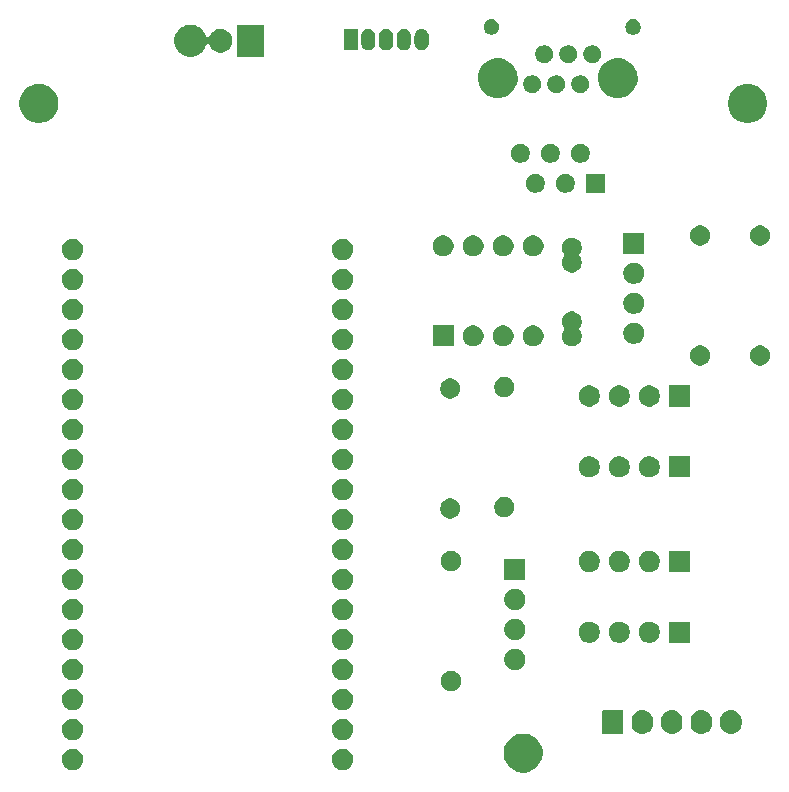
<source format=gbr>
G04 #@! TF.GenerationSoftware,KiCad,Pcbnew,5.1.5+dfsg1-2build2*
G04 #@! TF.CreationDate,2021-08-05T17:40:45+02:00*
G04 #@! TF.ProjectId,Airrohr_pcb,41697272-6f68-4725-9f70-63622e6b6963,rev?*
G04 #@! TF.SameCoordinates,Original*
G04 #@! TF.FileFunction,Soldermask,Bot*
G04 #@! TF.FilePolarity,Negative*
%FSLAX46Y46*%
G04 Gerber Fmt 4.6, Leading zero omitted, Abs format (unit mm)*
G04 Created by KiCad (PCBNEW 5.1.5+dfsg1-2build2) date 2021-08-05 17:40:45*
%MOMM*%
%LPD*%
G04 APERTURE LIST*
%ADD10C,0.100000*%
G04 APERTURE END LIST*
D10*
G36*
X185064656Y-81791298D02*
G01*
X185170979Y-81812447D01*
X185471442Y-81936903D01*
X185741851Y-82117585D01*
X185971815Y-82347549D01*
X185971816Y-82347551D01*
X186152498Y-82617960D01*
X186276953Y-82918422D01*
X186340400Y-83237389D01*
X186340400Y-83562611D01*
X186318237Y-83674029D01*
X186276953Y-83881579D01*
X186152497Y-84182042D01*
X185971815Y-84452451D01*
X185741851Y-84682415D01*
X185471442Y-84863097D01*
X185170979Y-84987553D01*
X185064656Y-85008702D01*
X184852011Y-85051000D01*
X184526789Y-85051000D01*
X184314144Y-85008702D01*
X184207821Y-84987553D01*
X183907358Y-84863097D01*
X183636949Y-84682415D01*
X183406985Y-84452451D01*
X183226303Y-84182042D01*
X183101847Y-83881579D01*
X183060563Y-83674029D01*
X183038400Y-83562611D01*
X183038400Y-83237389D01*
X183101847Y-82918422D01*
X183226302Y-82617960D01*
X183406984Y-82347551D01*
X183406985Y-82347549D01*
X183636949Y-82117585D01*
X183907358Y-81936903D01*
X184207821Y-81812447D01*
X184314144Y-81791298D01*
X184526789Y-81749000D01*
X184852011Y-81749000D01*
X185064656Y-81791298D01*
G37*
G36*
X146653732Y-83040767D02*
G01*
X146803032Y-83070464D01*
X146967004Y-83138384D01*
X147114574Y-83236987D01*
X147240073Y-83362486D01*
X147338676Y-83510056D01*
X147406596Y-83674028D01*
X147441220Y-83848099D01*
X147441220Y-84025581D01*
X147406596Y-84199652D01*
X147338676Y-84363624D01*
X147240073Y-84511194D01*
X147114574Y-84636693D01*
X146967004Y-84735296D01*
X146803032Y-84803216D01*
X146653732Y-84832913D01*
X146628962Y-84837840D01*
X146451478Y-84837840D01*
X146426708Y-84832913D01*
X146277408Y-84803216D01*
X146113436Y-84735296D01*
X145965866Y-84636693D01*
X145840367Y-84511194D01*
X145741764Y-84363624D01*
X145673844Y-84199652D01*
X145639220Y-84025581D01*
X145639220Y-83848099D01*
X145673844Y-83674028D01*
X145741764Y-83510056D01*
X145840367Y-83362486D01*
X145965866Y-83236987D01*
X146113436Y-83138384D01*
X146277408Y-83070464D01*
X146426708Y-83040767D01*
X146451478Y-83035840D01*
X146628962Y-83035840D01*
X146653732Y-83040767D01*
G37*
G36*
X169513732Y-83040767D02*
G01*
X169663032Y-83070464D01*
X169827004Y-83138384D01*
X169974574Y-83236987D01*
X170100073Y-83362486D01*
X170198676Y-83510056D01*
X170266596Y-83674028D01*
X170301220Y-83848099D01*
X170301220Y-84025581D01*
X170266596Y-84199652D01*
X170198676Y-84363624D01*
X170100073Y-84511194D01*
X169974574Y-84636693D01*
X169827004Y-84735296D01*
X169663032Y-84803216D01*
X169513732Y-84832913D01*
X169488962Y-84837840D01*
X169311478Y-84837840D01*
X169286708Y-84832913D01*
X169137408Y-84803216D01*
X168973436Y-84735296D01*
X168825866Y-84636693D01*
X168700367Y-84511194D01*
X168601764Y-84363624D01*
X168533844Y-84199652D01*
X168499220Y-84025581D01*
X168499220Y-83848099D01*
X168533844Y-83674028D01*
X168601764Y-83510056D01*
X168700367Y-83362486D01*
X168825866Y-83236987D01*
X168973436Y-83138384D01*
X169137408Y-83070464D01*
X169286708Y-83040767D01*
X169311478Y-83035840D01*
X169488962Y-83035840D01*
X169513732Y-83040767D01*
G37*
G36*
X146653732Y-80500767D02*
G01*
X146803032Y-80530464D01*
X146967004Y-80598384D01*
X147114574Y-80696987D01*
X147240073Y-80822486D01*
X147338676Y-80970056D01*
X147406596Y-81134028D01*
X147441220Y-81308099D01*
X147441220Y-81485581D01*
X147406596Y-81659652D01*
X147338676Y-81823624D01*
X147240073Y-81971194D01*
X147114574Y-82096693D01*
X146967004Y-82195296D01*
X146803032Y-82263216D01*
X146653732Y-82292913D01*
X146628962Y-82297840D01*
X146451478Y-82297840D01*
X146426708Y-82292913D01*
X146277408Y-82263216D01*
X146113436Y-82195296D01*
X145965866Y-82096693D01*
X145840367Y-81971194D01*
X145741764Y-81823624D01*
X145673844Y-81659652D01*
X145639220Y-81485581D01*
X145639220Y-81308099D01*
X145673844Y-81134028D01*
X145741764Y-80970056D01*
X145840367Y-80822486D01*
X145965866Y-80696987D01*
X146113436Y-80598384D01*
X146277408Y-80530464D01*
X146426708Y-80500767D01*
X146451478Y-80495840D01*
X146628962Y-80495840D01*
X146653732Y-80500767D01*
G37*
G36*
X169513732Y-80500767D02*
G01*
X169663032Y-80530464D01*
X169827004Y-80598384D01*
X169974574Y-80696987D01*
X170100073Y-80822486D01*
X170198676Y-80970056D01*
X170266596Y-81134028D01*
X170301220Y-81308099D01*
X170301220Y-81485581D01*
X170266596Y-81659652D01*
X170198676Y-81823624D01*
X170100073Y-81971194D01*
X169974574Y-82096693D01*
X169827004Y-82195296D01*
X169663032Y-82263216D01*
X169513732Y-82292913D01*
X169488962Y-82297840D01*
X169311478Y-82297840D01*
X169286708Y-82292913D01*
X169137408Y-82263216D01*
X168973436Y-82195296D01*
X168825866Y-82096693D01*
X168700367Y-81971194D01*
X168601764Y-81823624D01*
X168533844Y-81659652D01*
X168499220Y-81485581D01*
X168499220Y-81308099D01*
X168533844Y-81134028D01*
X168601764Y-80970056D01*
X168700367Y-80822486D01*
X168825866Y-80696987D01*
X168973436Y-80598384D01*
X169137408Y-80530464D01*
X169286708Y-80500767D01*
X169311478Y-80495840D01*
X169488962Y-80495840D01*
X169513732Y-80500767D01*
G37*
G36*
X194954626Y-79759037D02*
G01*
X195124465Y-79810557D01*
X195124467Y-79810558D01*
X195280989Y-79894221D01*
X195418186Y-80006814D01*
X195501448Y-80108271D01*
X195530778Y-80144009D01*
X195614443Y-80300534D01*
X195665963Y-80470373D01*
X195665963Y-80470375D01*
X195679000Y-80602740D01*
X195679000Y-80941259D01*
X195672482Y-81007441D01*
X195665963Y-81073626D01*
X195614443Y-81243466D01*
X195530778Y-81399991D01*
X195501448Y-81435729D01*
X195418186Y-81537186D01*
X195323250Y-81615097D01*
X195280991Y-81649778D01*
X195124466Y-81733443D01*
X194954627Y-81784963D01*
X194778000Y-81802359D01*
X194601374Y-81784963D01*
X194431535Y-81733443D01*
X194275010Y-81649778D01*
X194137815Y-81537185D01*
X194025222Y-81399991D01*
X193941557Y-81243466D01*
X193890037Y-81073627D01*
X193883519Y-81007443D01*
X193877000Y-80941260D01*
X193877000Y-80602741D01*
X193890037Y-80470376D01*
X193890037Y-80470374D01*
X193941557Y-80300535D01*
X194025222Y-80144010D01*
X194025223Y-80144009D01*
X194137814Y-80006814D01*
X194239271Y-79923552D01*
X194275009Y-79894222D01*
X194431534Y-79810557D01*
X194601373Y-79759037D01*
X194778000Y-79741641D01*
X194954626Y-79759037D01*
G37*
G36*
X197454626Y-79759037D02*
G01*
X197624465Y-79810557D01*
X197624467Y-79810558D01*
X197780989Y-79894221D01*
X197918186Y-80006814D01*
X198001448Y-80108271D01*
X198030778Y-80144009D01*
X198114443Y-80300534D01*
X198165963Y-80470373D01*
X198165963Y-80470375D01*
X198179000Y-80602740D01*
X198179000Y-80941259D01*
X198172482Y-81007441D01*
X198165963Y-81073626D01*
X198114443Y-81243466D01*
X198030778Y-81399991D01*
X198001448Y-81435729D01*
X197918186Y-81537186D01*
X197823250Y-81615097D01*
X197780991Y-81649778D01*
X197624466Y-81733443D01*
X197454627Y-81784963D01*
X197278000Y-81802359D01*
X197101374Y-81784963D01*
X196931535Y-81733443D01*
X196775010Y-81649778D01*
X196637815Y-81537185D01*
X196525222Y-81399991D01*
X196441557Y-81243466D01*
X196390037Y-81073627D01*
X196383519Y-81007443D01*
X196377000Y-80941260D01*
X196377000Y-80602741D01*
X196390037Y-80470376D01*
X196390037Y-80470374D01*
X196441557Y-80300535D01*
X196525222Y-80144010D01*
X196525223Y-80144009D01*
X196637814Y-80006814D01*
X196739271Y-79923552D01*
X196775009Y-79894222D01*
X196931534Y-79810557D01*
X197101373Y-79759037D01*
X197278000Y-79741641D01*
X197454626Y-79759037D01*
G37*
G36*
X199954626Y-79759037D02*
G01*
X200124465Y-79810557D01*
X200124467Y-79810558D01*
X200280989Y-79894221D01*
X200418186Y-80006814D01*
X200501448Y-80108271D01*
X200530778Y-80144009D01*
X200614443Y-80300534D01*
X200665963Y-80470373D01*
X200665963Y-80470375D01*
X200679000Y-80602740D01*
X200679000Y-80941259D01*
X200672482Y-81007441D01*
X200665963Y-81073626D01*
X200614443Y-81243466D01*
X200530778Y-81399991D01*
X200501448Y-81435729D01*
X200418186Y-81537186D01*
X200323250Y-81615097D01*
X200280991Y-81649778D01*
X200124466Y-81733443D01*
X199954627Y-81784963D01*
X199778000Y-81802359D01*
X199601374Y-81784963D01*
X199431535Y-81733443D01*
X199275010Y-81649778D01*
X199137815Y-81537185D01*
X199025222Y-81399991D01*
X198941557Y-81243466D01*
X198890037Y-81073627D01*
X198883519Y-81007443D01*
X198877000Y-80941260D01*
X198877000Y-80602741D01*
X198890037Y-80470376D01*
X198890037Y-80470374D01*
X198941557Y-80300535D01*
X199025222Y-80144010D01*
X199025223Y-80144009D01*
X199137814Y-80006814D01*
X199239271Y-79923552D01*
X199275009Y-79894222D01*
X199431534Y-79810557D01*
X199601373Y-79759037D01*
X199778000Y-79741641D01*
X199954626Y-79759037D01*
G37*
G36*
X202454626Y-79759037D02*
G01*
X202624465Y-79810557D01*
X202624467Y-79810558D01*
X202780989Y-79894221D01*
X202918186Y-80006814D01*
X203001448Y-80108271D01*
X203030778Y-80144009D01*
X203114443Y-80300534D01*
X203165963Y-80470373D01*
X203165963Y-80470375D01*
X203179000Y-80602740D01*
X203179000Y-80941259D01*
X203172482Y-81007441D01*
X203165963Y-81073626D01*
X203114443Y-81243466D01*
X203030778Y-81399991D01*
X203001448Y-81435729D01*
X202918186Y-81537186D01*
X202823250Y-81615097D01*
X202780991Y-81649778D01*
X202624466Y-81733443D01*
X202454627Y-81784963D01*
X202278000Y-81802359D01*
X202101374Y-81784963D01*
X201931535Y-81733443D01*
X201775010Y-81649778D01*
X201637815Y-81537185D01*
X201525222Y-81399991D01*
X201441557Y-81243466D01*
X201390037Y-81073627D01*
X201383519Y-81007443D01*
X201377000Y-80941260D01*
X201377000Y-80602741D01*
X201390037Y-80470376D01*
X201390037Y-80470374D01*
X201441557Y-80300535D01*
X201525222Y-80144010D01*
X201525223Y-80144009D01*
X201637814Y-80006814D01*
X201739271Y-79923552D01*
X201775009Y-79894222D01*
X201931534Y-79810557D01*
X202101373Y-79759037D01*
X202278000Y-79741641D01*
X202454626Y-79759037D01*
G37*
G36*
X193036600Y-79749989D02*
G01*
X193069652Y-79760015D01*
X193100103Y-79776292D01*
X193126799Y-79798201D01*
X193148708Y-79824897D01*
X193164985Y-79855348D01*
X193175011Y-79888400D01*
X193179000Y-79928903D01*
X193179000Y-81615097D01*
X193175011Y-81655600D01*
X193164985Y-81688652D01*
X193148708Y-81719103D01*
X193126799Y-81745799D01*
X193100103Y-81767708D01*
X193069652Y-81783985D01*
X193036600Y-81794011D01*
X192996097Y-81798000D01*
X191559903Y-81798000D01*
X191519400Y-81794011D01*
X191486348Y-81783985D01*
X191455897Y-81767708D01*
X191429201Y-81745799D01*
X191407292Y-81719103D01*
X191391015Y-81688652D01*
X191380989Y-81655600D01*
X191377000Y-81615097D01*
X191377000Y-79928903D01*
X191380989Y-79888400D01*
X191391015Y-79855348D01*
X191407292Y-79824897D01*
X191429201Y-79798201D01*
X191455897Y-79776292D01*
X191486348Y-79760015D01*
X191519400Y-79749989D01*
X191559903Y-79746000D01*
X192996097Y-79746000D01*
X193036600Y-79749989D01*
G37*
G36*
X169513732Y-77960767D02*
G01*
X169663032Y-77990464D01*
X169827004Y-78058384D01*
X169974574Y-78156987D01*
X170100073Y-78282486D01*
X170198676Y-78430056D01*
X170266596Y-78594028D01*
X170301220Y-78768099D01*
X170301220Y-78945581D01*
X170266596Y-79119652D01*
X170198676Y-79283624D01*
X170100073Y-79431194D01*
X169974574Y-79556693D01*
X169827004Y-79655296D01*
X169663032Y-79723216D01*
X169522886Y-79751092D01*
X169488962Y-79757840D01*
X169311478Y-79757840D01*
X169277554Y-79751092D01*
X169137408Y-79723216D01*
X168973436Y-79655296D01*
X168825866Y-79556693D01*
X168700367Y-79431194D01*
X168601764Y-79283624D01*
X168533844Y-79119652D01*
X168499220Y-78945581D01*
X168499220Y-78768099D01*
X168533844Y-78594028D01*
X168601764Y-78430056D01*
X168700367Y-78282486D01*
X168825866Y-78156987D01*
X168973436Y-78058384D01*
X169137408Y-77990464D01*
X169286708Y-77960767D01*
X169311478Y-77955840D01*
X169488962Y-77955840D01*
X169513732Y-77960767D01*
G37*
G36*
X146653732Y-77960767D02*
G01*
X146803032Y-77990464D01*
X146967004Y-78058384D01*
X147114574Y-78156987D01*
X147240073Y-78282486D01*
X147338676Y-78430056D01*
X147406596Y-78594028D01*
X147441220Y-78768099D01*
X147441220Y-78945581D01*
X147406596Y-79119652D01*
X147338676Y-79283624D01*
X147240073Y-79431194D01*
X147114574Y-79556693D01*
X146967004Y-79655296D01*
X146803032Y-79723216D01*
X146662886Y-79751092D01*
X146628962Y-79757840D01*
X146451478Y-79757840D01*
X146417554Y-79751092D01*
X146277408Y-79723216D01*
X146113436Y-79655296D01*
X145965866Y-79556693D01*
X145840367Y-79431194D01*
X145741764Y-79283624D01*
X145673844Y-79119652D01*
X145639220Y-78945581D01*
X145639220Y-78768099D01*
X145673844Y-78594028D01*
X145741764Y-78430056D01*
X145840367Y-78282486D01*
X145965866Y-78156987D01*
X146113436Y-78058384D01*
X146277408Y-77990464D01*
X146426708Y-77960767D01*
X146451478Y-77955840D01*
X146628962Y-77955840D01*
X146653732Y-77960767D01*
G37*
G36*
X178822928Y-76468823D02*
G01*
X178977800Y-76532973D01*
X179117181Y-76626105D01*
X179235715Y-76744639D01*
X179328847Y-76884020D01*
X179392997Y-77038892D01*
X179425700Y-77203304D01*
X179425700Y-77370936D01*
X179392997Y-77535348D01*
X179328847Y-77690220D01*
X179235715Y-77829601D01*
X179117181Y-77948135D01*
X178977800Y-78041267D01*
X178822928Y-78105417D01*
X178658516Y-78138120D01*
X178490884Y-78138120D01*
X178326472Y-78105417D01*
X178171600Y-78041267D01*
X178032219Y-77948135D01*
X177913685Y-77829601D01*
X177820553Y-77690220D01*
X177756403Y-77535348D01*
X177723700Y-77370936D01*
X177723700Y-77203304D01*
X177756403Y-77038892D01*
X177820553Y-76884020D01*
X177913685Y-76744639D01*
X178032219Y-76626105D01*
X178171600Y-76532973D01*
X178326472Y-76468823D01*
X178490884Y-76436120D01*
X178658516Y-76436120D01*
X178822928Y-76468823D01*
G37*
G36*
X169513732Y-75420767D02*
G01*
X169663032Y-75450464D01*
X169827004Y-75518384D01*
X169974574Y-75616987D01*
X170100073Y-75742486D01*
X170198676Y-75890056D01*
X170266596Y-76054028D01*
X170301220Y-76228099D01*
X170301220Y-76405581D01*
X170266596Y-76579652D01*
X170198676Y-76743624D01*
X170100073Y-76891194D01*
X169974574Y-77016693D01*
X169827004Y-77115296D01*
X169663032Y-77183216D01*
X169513732Y-77212913D01*
X169488962Y-77217840D01*
X169311478Y-77217840D01*
X169286708Y-77212913D01*
X169137408Y-77183216D01*
X168973436Y-77115296D01*
X168825866Y-77016693D01*
X168700367Y-76891194D01*
X168601764Y-76743624D01*
X168533844Y-76579652D01*
X168499220Y-76405581D01*
X168499220Y-76228099D01*
X168533844Y-76054028D01*
X168601764Y-75890056D01*
X168700367Y-75742486D01*
X168825866Y-75616987D01*
X168973436Y-75518384D01*
X169137408Y-75450464D01*
X169286708Y-75420767D01*
X169311478Y-75415840D01*
X169488962Y-75415840D01*
X169513732Y-75420767D01*
G37*
G36*
X146653732Y-75420767D02*
G01*
X146803032Y-75450464D01*
X146967004Y-75518384D01*
X147114574Y-75616987D01*
X147240073Y-75742486D01*
X147338676Y-75890056D01*
X147406596Y-76054028D01*
X147441220Y-76228099D01*
X147441220Y-76405581D01*
X147406596Y-76579652D01*
X147338676Y-76743624D01*
X147240073Y-76891194D01*
X147114574Y-77016693D01*
X146967004Y-77115296D01*
X146803032Y-77183216D01*
X146653732Y-77212913D01*
X146628962Y-77217840D01*
X146451478Y-77217840D01*
X146426708Y-77212913D01*
X146277408Y-77183216D01*
X146113436Y-77115296D01*
X145965866Y-77016693D01*
X145840367Y-76891194D01*
X145741764Y-76743624D01*
X145673844Y-76579652D01*
X145639220Y-76405581D01*
X145639220Y-76228099D01*
X145673844Y-76054028D01*
X145741764Y-75890056D01*
X145840367Y-75742486D01*
X145965866Y-75616987D01*
X146113436Y-75518384D01*
X146277408Y-75450464D01*
X146426708Y-75420767D01*
X146451478Y-75415840D01*
X146628962Y-75415840D01*
X146653732Y-75420767D01*
G37*
G36*
X184098412Y-74587647D02*
G01*
X184247712Y-74617344D01*
X184411684Y-74685264D01*
X184559254Y-74783867D01*
X184684753Y-74909366D01*
X184783356Y-75056936D01*
X184851276Y-75220908D01*
X184885900Y-75394979D01*
X184885900Y-75572461D01*
X184851276Y-75746532D01*
X184783356Y-75910504D01*
X184684753Y-76058074D01*
X184559254Y-76183573D01*
X184411684Y-76282176D01*
X184247712Y-76350096D01*
X184098412Y-76379793D01*
X184073642Y-76384720D01*
X183896158Y-76384720D01*
X183871388Y-76379793D01*
X183722088Y-76350096D01*
X183558116Y-76282176D01*
X183410546Y-76183573D01*
X183285047Y-76058074D01*
X183186444Y-75910504D01*
X183118524Y-75746532D01*
X183083900Y-75572461D01*
X183083900Y-75394979D01*
X183118524Y-75220908D01*
X183186444Y-75056936D01*
X183285047Y-74909366D01*
X183410546Y-74783867D01*
X183558116Y-74685264D01*
X183722088Y-74617344D01*
X183871388Y-74587647D01*
X183896158Y-74582720D01*
X184073642Y-74582720D01*
X184098412Y-74587647D01*
G37*
G36*
X169513732Y-72880767D02*
G01*
X169663032Y-72910464D01*
X169827004Y-72978384D01*
X169974574Y-73076987D01*
X170100073Y-73202486D01*
X170198676Y-73350056D01*
X170266596Y-73514028D01*
X170301220Y-73688099D01*
X170301220Y-73865581D01*
X170266596Y-74039652D01*
X170198676Y-74203624D01*
X170100073Y-74351194D01*
X169974574Y-74476693D01*
X169827004Y-74575296D01*
X169663032Y-74643216D01*
X169513732Y-74672913D01*
X169488962Y-74677840D01*
X169311478Y-74677840D01*
X169286708Y-74672913D01*
X169137408Y-74643216D01*
X168973436Y-74575296D01*
X168825866Y-74476693D01*
X168700367Y-74351194D01*
X168601764Y-74203624D01*
X168533844Y-74039652D01*
X168499220Y-73865581D01*
X168499220Y-73688099D01*
X168533844Y-73514028D01*
X168601764Y-73350056D01*
X168700367Y-73202486D01*
X168825866Y-73076987D01*
X168973436Y-72978384D01*
X169137408Y-72910464D01*
X169286708Y-72880767D01*
X169311478Y-72875840D01*
X169488962Y-72875840D01*
X169513732Y-72880767D01*
G37*
G36*
X146653732Y-72880767D02*
G01*
X146803032Y-72910464D01*
X146967004Y-72978384D01*
X147114574Y-73076987D01*
X147240073Y-73202486D01*
X147338676Y-73350056D01*
X147406596Y-73514028D01*
X147441220Y-73688099D01*
X147441220Y-73865581D01*
X147406596Y-74039652D01*
X147338676Y-74203624D01*
X147240073Y-74351194D01*
X147114574Y-74476693D01*
X146967004Y-74575296D01*
X146803032Y-74643216D01*
X146653732Y-74672913D01*
X146628962Y-74677840D01*
X146451478Y-74677840D01*
X146426708Y-74672913D01*
X146277408Y-74643216D01*
X146113436Y-74575296D01*
X145965866Y-74476693D01*
X145840367Y-74351194D01*
X145741764Y-74203624D01*
X145673844Y-74039652D01*
X145639220Y-73865581D01*
X145639220Y-73688099D01*
X145673844Y-73514028D01*
X145741764Y-73350056D01*
X145840367Y-73202486D01*
X145965866Y-73076987D01*
X146113436Y-72978384D01*
X146277408Y-72910464D01*
X146426708Y-72880767D01*
X146451478Y-72875840D01*
X146628962Y-72875840D01*
X146653732Y-72880767D01*
G37*
G36*
X198806000Y-74069400D02*
G01*
X197004000Y-74069400D01*
X197004000Y-72267400D01*
X198806000Y-72267400D01*
X198806000Y-74069400D01*
G37*
G36*
X195478512Y-72272327D02*
G01*
X195627812Y-72302024D01*
X195791784Y-72369944D01*
X195939354Y-72468547D01*
X196064853Y-72594046D01*
X196163456Y-72741616D01*
X196231376Y-72905588D01*
X196266000Y-73079659D01*
X196266000Y-73257141D01*
X196231376Y-73431212D01*
X196163456Y-73595184D01*
X196064853Y-73742754D01*
X195939354Y-73868253D01*
X195791784Y-73966856D01*
X195627812Y-74034776D01*
X195478512Y-74064473D01*
X195453742Y-74069400D01*
X195276258Y-74069400D01*
X195251488Y-74064473D01*
X195102188Y-74034776D01*
X194938216Y-73966856D01*
X194790646Y-73868253D01*
X194665147Y-73742754D01*
X194566544Y-73595184D01*
X194498624Y-73431212D01*
X194464000Y-73257141D01*
X194464000Y-73079659D01*
X194498624Y-72905588D01*
X194566544Y-72741616D01*
X194665147Y-72594046D01*
X194790646Y-72468547D01*
X194938216Y-72369944D01*
X195102188Y-72302024D01*
X195251488Y-72272327D01*
X195276258Y-72267400D01*
X195453742Y-72267400D01*
X195478512Y-72272327D01*
G37*
G36*
X192938512Y-72272327D02*
G01*
X193087812Y-72302024D01*
X193251784Y-72369944D01*
X193399354Y-72468547D01*
X193524853Y-72594046D01*
X193623456Y-72741616D01*
X193691376Y-72905588D01*
X193726000Y-73079659D01*
X193726000Y-73257141D01*
X193691376Y-73431212D01*
X193623456Y-73595184D01*
X193524853Y-73742754D01*
X193399354Y-73868253D01*
X193251784Y-73966856D01*
X193087812Y-74034776D01*
X192938512Y-74064473D01*
X192913742Y-74069400D01*
X192736258Y-74069400D01*
X192711488Y-74064473D01*
X192562188Y-74034776D01*
X192398216Y-73966856D01*
X192250646Y-73868253D01*
X192125147Y-73742754D01*
X192026544Y-73595184D01*
X191958624Y-73431212D01*
X191924000Y-73257141D01*
X191924000Y-73079659D01*
X191958624Y-72905588D01*
X192026544Y-72741616D01*
X192125147Y-72594046D01*
X192250646Y-72468547D01*
X192398216Y-72369944D01*
X192562188Y-72302024D01*
X192711488Y-72272327D01*
X192736258Y-72267400D01*
X192913742Y-72267400D01*
X192938512Y-72272327D01*
G37*
G36*
X190398512Y-72272327D02*
G01*
X190547812Y-72302024D01*
X190711784Y-72369944D01*
X190859354Y-72468547D01*
X190984853Y-72594046D01*
X191083456Y-72741616D01*
X191151376Y-72905588D01*
X191186000Y-73079659D01*
X191186000Y-73257141D01*
X191151376Y-73431212D01*
X191083456Y-73595184D01*
X190984853Y-73742754D01*
X190859354Y-73868253D01*
X190711784Y-73966856D01*
X190547812Y-74034776D01*
X190398512Y-74064473D01*
X190373742Y-74069400D01*
X190196258Y-74069400D01*
X190171488Y-74064473D01*
X190022188Y-74034776D01*
X189858216Y-73966856D01*
X189710646Y-73868253D01*
X189585147Y-73742754D01*
X189486544Y-73595184D01*
X189418624Y-73431212D01*
X189384000Y-73257141D01*
X189384000Y-73079659D01*
X189418624Y-72905588D01*
X189486544Y-72741616D01*
X189585147Y-72594046D01*
X189710646Y-72468547D01*
X189858216Y-72369944D01*
X190022188Y-72302024D01*
X190171488Y-72272327D01*
X190196258Y-72267400D01*
X190373742Y-72267400D01*
X190398512Y-72272327D01*
G37*
G36*
X184098412Y-72047647D02*
G01*
X184247712Y-72077344D01*
X184411684Y-72145264D01*
X184559254Y-72243867D01*
X184684753Y-72369366D01*
X184783356Y-72516936D01*
X184851276Y-72680908D01*
X184885900Y-72854979D01*
X184885900Y-73032461D01*
X184851276Y-73206532D01*
X184783356Y-73370504D01*
X184684753Y-73518074D01*
X184559254Y-73643573D01*
X184411684Y-73742176D01*
X184247712Y-73810096D01*
X184098412Y-73839793D01*
X184073642Y-73844720D01*
X183896158Y-73844720D01*
X183871388Y-73839793D01*
X183722088Y-73810096D01*
X183558116Y-73742176D01*
X183410546Y-73643573D01*
X183285047Y-73518074D01*
X183186444Y-73370504D01*
X183118524Y-73206532D01*
X183083900Y-73032461D01*
X183083900Y-72854979D01*
X183118524Y-72680908D01*
X183186444Y-72516936D01*
X183285047Y-72369366D01*
X183410546Y-72243867D01*
X183558116Y-72145264D01*
X183722088Y-72077344D01*
X183871388Y-72047647D01*
X183896158Y-72042720D01*
X184073642Y-72042720D01*
X184098412Y-72047647D01*
G37*
G36*
X169513732Y-70340767D02*
G01*
X169663032Y-70370464D01*
X169827004Y-70438384D01*
X169974574Y-70536987D01*
X170100073Y-70662486D01*
X170198676Y-70810056D01*
X170266596Y-70974028D01*
X170301220Y-71148099D01*
X170301220Y-71325581D01*
X170266596Y-71499652D01*
X170198676Y-71663624D01*
X170100073Y-71811194D01*
X169974574Y-71936693D01*
X169827004Y-72035296D01*
X169663032Y-72103216D01*
X169513732Y-72132913D01*
X169488962Y-72137840D01*
X169311478Y-72137840D01*
X169286708Y-72132913D01*
X169137408Y-72103216D01*
X168973436Y-72035296D01*
X168825866Y-71936693D01*
X168700367Y-71811194D01*
X168601764Y-71663624D01*
X168533844Y-71499652D01*
X168499220Y-71325581D01*
X168499220Y-71148099D01*
X168533844Y-70974028D01*
X168601764Y-70810056D01*
X168700367Y-70662486D01*
X168825866Y-70536987D01*
X168973436Y-70438384D01*
X169137408Y-70370464D01*
X169286708Y-70340767D01*
X169311478Y-70335840D01*
X169488962Y-70335840D01*
X169513732Y-70340767D01*
G37*
G36*
X146653732Y-70340767D02*
G01*
X146803032Y-70370464D01*
X146967004Y-70438384D01*
X147114574Y-70536987D01*
X147240073Y-70662486D01*
X147338676Y-70810056D01*
X147406596Y-70974028D01*
X147441220Y-71148099D01*
X147441220Y-71325581D01*
X147406596Y-71499652D01*
X147338676Y-71663624D01*
X147240073Y-71811194D01*
X147114574Y-71936693D01*
X146967004Y-72035296D01*
X146803032Y-72103216D01*
X146653732Y-72132913D01*
X146628962Y-72137840D01*
X146451478Y-72137840D01*
X146426708Y-72132913D01*
X146277408Y-72103216D01*
X146113436Y-72035296D01*
X145965866Y-71936693D01*
X145840367Y-71811194D01*
X145741764Y-71663624D01*
X145673844Y-71499652D01*
X145639220Y-71325581D01*
X145639220Y-71148099D01*
X145673844Y-70974028D01*
X145741764Y-70810056D01*
X145840367Y-70662486D01*
X145965866Y-70536987D01*
X146113436Y-70438384D01*
X146277408Y-70370464D01*
X146426708Y-70340767D01*
X146451478Y-70335840D01*
X146628962Y-70335840D01*
X146653732Y-70340767D01*
G37*
G36*
X184098412Y-69507647D02*
G01*
X184247712Y-69537344D01*
X184411684Y-69605264D01*
X184559254Y-69703867D01*
X184684753Y-69829366D01*
X184783356Y-69976936D01*
X184851276Y-70140908D01*
X184885900Y-70314979D01*
X184885900Y-70492461D01*
X184851276Y-70666532D01*
X184783356Y-70830504D01*
X184684753Y-70978074D01*
X184559254Y-71103573D01*
X184411684Y-71202176D01*
X184247712Y-71270096D01*
X184098412Y-71299793D01*
X184073642Y-71304720D01*
X183896158Y-71304720D01*
X183871388Y-71299793D01*
X183722088Y-71270096D01*
X183558116Y-71202176D01*
X183410546Y-71103573D01*
X183285047Y-70978074D01*
X183186444Y-70830504D01*
X183118524Y-70666532D01*
X183083900Y-70492461D01*
X183083900Y-70314979D01*
X183118524Y-70140908D01*
X183186444Y-69976936D01*
X183285047Y-69829366D01*
X183410546Y-69703867D01*
X183558116Y-69605264D01*
X183722088Y-69537344D01*
X183871388Y-69507647D01*
X183896158Y-69502720D01*
X184073642Y-69502720D01*
X184098412Y-69507647D01*
G37*
G36*
X169513732Y-67800767D02*
G01*
X169663032Y-67830464D01*
X169827004Y-67898384D01*
X169974574Y-67996987D01*
X170100073Y-68122486D01*
X170198676Y-68270056D01*
X170266596Y-68434028D01*
X170301220Y-68608099D01*
X170301220Y-68785581D01*
X170266596Y-68959652D01*
X170198676Y-69123624D01*
X170100073Y-69271194D01*
X169974574Y-69396693D01*
X169827004Y-69495296D01*
X169663032Y-69563216D01*
X169513732Y-69592913D01*
X169488962Y-69597840D01*
X169311478Y-69597840D01*
X169286708Y-69592913D01*
X169137408Y-69563216D01*
X168973436Y-69495296D01*
X168825866Y-69396693D01*
X168700367Y-69271194D01*
X168601764Y-69123624D01*
X168533844Y-68959652D01*
X168499220Y-68785581D01*
X168499220Y-68608099D01*
X168533844Y-68434028D01*
X168601764Y-68270056D01*
X168700367Y-68122486D01*
X168825866Y-67996987D01*
X168973436Y-67898384D01*
X169137408Y-67830464D01*
X169286708Y-67800767D01*
X169311478Y-67795840D01*
X169488962Y-67795840D01*
X169513732Y-67800767D01*
G37*
G36*
X146653732Y-67800767D02*
G01*
X146803032Y-67830464D01*
X146967004Y-67898384D01*
X147114574Y-67996987D01*
X147240073Y-68122486D01*
X147338676Y-68270056D01*
X147406596Y-68434028D01*
X147441220Y-68608099D01*
X147441220Y-68785581D01*
X147406596Y-68959652D01*
X147338676Y-69123624D01*
X147240073Y-69271194D01*
X147114574Y-69396693D01*
X146967004Y-69495296D01*
X146803032Y-69563216D01*
X146653732Y-69592913D01*
X146628962Y-69597840D01*
X146451478Y-69597840D01*
X146426708Y-69592913D01*
X146277408Y-69563216D01*
X146113436Y-69495296D01*
X145965866Y-69396693D01*
X145840367Y-69271194D01*
X145741764Y-69123624D01*
X145673844Y-68959652D01*
X145639220Y-68785581D01*
X145639220Y-68608099D01*
X145673844Y-68434028D01*
X145741764Y-68270056D01*
X145840367Y-68122486D01*
X145965866Y-67996987D01*
X146113436Y-67898384D01*
X146277408Y-67830464D01*
X146426708Y-67800767D01*
X146451478Y-67795840D01*
X146628962Y-67795840D01*
X146653732Y-67800767D01*
G37*
G36*
X184885900Y-68764720D02*
G01*
X183083900Y-68764720D01*
X183083900Y-66962720D01*
X184885900Y-66962720D01*
X184885900Y-68764720D01*
G37*
G36*
X190398512Y-66272327D02*
G01*
X190547812Y-66302024D01*
X190711784Y-66369944D01*
X190859354Y-66468547D01*
X190984853Y-66594046D01*
X191083456Y-66741616D01*
X191151376Y-66905588D01*
X191186000Y-67079659D01*
X191186000Y-67257141D01*
X191151376Y-67431212D01*
X191083456Y-67595184D01*
X190984853Y-67742754D01*
X190859354Y-67868253D01*
X190711784Y-67966856D01*
X190547812Y-68034776D01*
X190398512Y-68064473D01*
X190373742Y-68069400D01*
X190196258Y-68069400D01*
X190171488Y-68064473D01*
X190022188Y-68034776D01*
X189858216Y-67966856D01*
X189710646Y-67868253D01*
X189585147Y-67742754D01*
X189486544Y-67595184D01*
X189418624Y-67431212D01*
X189384000Y-67257141D01*
X189384000Y-67079659D01*
X189418624Y-66905588D01*
X189486544Y-66741616D01*
X189585147Y-66594046D01*
X189710646Y-66468547D01*
X189858216Y-66369944D01*
X190022188Y-66302024D01*
X190171488Y-66272327D01*
X190196258Y-66267400D01*
X190373742Y-66267400D01*
X190398512Y-66272327D01*
G37*
G36*
X198806000Y-68069400D02*
G01*
X197004000Y-68069400D01*
X197004000Y-66267400D01*
X198806000Y-66267400D01*
X198806000Y-68069400D01*
G37*
G36*
X192938512Y-66272327D02*
G01*
X193087812Y-66302024D01*
X193251784Y-66369944D01*
X193399354Y-66468547D01*
X193524853Y-66594046D01*
X193623456Y-66741616D01*
X193691376Y-66905588D01*
X193726000Y-67079659D01*
X193726000Y-67257141D01*
X193691376Y-67431212D01*
X193623456Y-67595184D01*
X193524853Y-67742754D01*
X193399354Y-67868253D01*
X193251784Y-67966856D01*
X193087812Y-68034776D01*
X192938512Y-68064473D01*
X192913742Y-68069400D01*
X192736258Y-68069400D01*
X192711488Y-68064473D01*
X192562188Y-68034776D01*
X192398216Y-67966856D01*
X192250646Y-67868253D01*
X192125147Y-67742754D01*
X192026544Y-67595184D01*
X191958624Y-67431212D01*
X191924000Y-67257141D01*
X191924000Y-67079659D01*
X191958624Y-66905588D01*
X192026544Y-66741616D01*
X192125147Y-66594046D01*
X192250646Y-66468547D01*
X192398216Y-66369944D01*
X192562188Y-66302024D01*
X192711488Y-66272327D01*
X192736258Y-66267400D01*
X192913742Y-66267400D01*
X192938512Y-66272327D01*
G37*
G36*
X195478512Y-66272327D02*
G01*
X195627812Y-66302024D01*
X195791784Y-66369944D01*
X195939354Y-66468547D01*
X196064853Y-66594046D01*
X196163456Y-66741616D01*
X196231376Y-66905588D01*
X196266000Y-67079659D01*
X196266000Y-67257141D01*
X196231376Y-67431212D01*
X196163456Y-67595184D01*
X196064853Y-67742754D01*
X195939354Y-67868253D01*
X195791784Y-67966856D01*
X195627812Y-68034776D01*
X195478512Y-68064473D01*
X195453742Y-68069400D01*
X195276258Y-68069400D01*
X195251488Y-68064473D01*
X195102188Y-68034776D01*
X194938216Y-67966856D01*
X194790646Y-67868253D01*
X194665147Y-67742754D01*
X194566544Y-67595184D01*
X194498624Y-67431212D01*
X194464000Y-67257141D01*
X194464000Y-67079659D01*
X194498624Y-66905588D01*
X194566544Y-66741616D01*
X194665147Y-66594046D01*
X194790646Y-66468547D01*
X194938216Y-66369944D01*
X195102188Y-66302024D01*
X195251488Y-66272327D01*
X195276258Y-66267400D01*
X195453742Y-66267400D01*
X195478512Y-66272327D01*
G37*
G36*
X178822928Y-66308823D02*
G01*
X178977800Y-66372973D01*
X179117181Y-66466105D01*
X179235715Y-66584639D01*
X179328847Y-66724020D01*
X179392997Y-66878892D01*
X179425700Y-67043304D01*
X179425700Y-67210936D01*
X179392997Y-67375348D01*
X179328847Y-67530220D01*
X179235715Y-67669601D01*
X179117181Y-67788135D01*
X178977800Y-67881267D01*
X178822928Y-67945417D01*
X178658516Y-67978120D01*
X178490884Y-67978120D01*
X178326472Y-67945417D01*
X178171600Y-67881267D01*
X178032219Y-67788135D01*
X177913685Y-67669601D01*
X177820553Y-67530220D01*
X177756403Y-67375348D01*
X177723700Y-67210936D01*
X177723700Y-67043304D01*
X177756403Y-66878892D01*
X177820553Y-66724020D01*
X177913685Y-66584639D01*
X178032219Y-66466105D01*
X178171600Y-66372973D01*
X178326472Y-66308823D01*
X178490884Y-66276120D01*
X178658516Y-66276120D01*
X178822928Y-66308823D01*
G37*
G36*
X146653732Y-65260767D02*
G01*
X146803032Y-65290464D01*
X146967004Y-65358384D01*
X147114574Y-65456987D01*
X147240073Y-65582486D01*
X147338676Y-65730056D01*
X147406596Y-65894028D01*
X147441220Y-66068099D01*
X147441220Y-66245581D01*
X147406596Y-66419652D01*
X147338676Y-66583624D01*
X147240073Y-66731194D01*
X147114574Y-66856693D01*
X146967004Y-66955296D01*
X146803032Y-67023216D01*
X146653732Y-67052913D01*
X146628962Y-67057840D01*
X146451478Y-67057840D01*
X146426708Y-67052913D01*
X146277408Y-67023216D01*
X146113436Y-66955296D01*
X145965866Y-66856693D01*
X145840367Y-66731194D01*
X145741764Y-66583624D01*
X145673844Y-66419652D01*
X145639220Y-66245581D01*
X145639220Y-66068099D01*
X145673844Y-65894028D01*
X145741764Y-65730056D01*
X145840367Y-65582486D01*
X145965866Y-65456987D01*
X146113436Y-65358384D01*
X146277408Y-65290464D01*
X146426708Y-65260767D01*
X146451478Y-65255840D01*
X146628962Y-65255840D01*
X146653732Y-65260767D01*
G37*
G36*
X169513732Y-65260767D02*
G01*
X169663032Y-65290464D01*
X169827004Y-65358384D01*
X169974574Y-65456987D01*
X170100073Y-65582486D01*
X170198676Y-65730056D01*
X170266596Y-65894028D01*
X170301220Y-66068099D01*
X170301220Y-66245581D01*
X170266596Y-66419652D01*
X170198676Y-66583624D01*
X170100073Y-66731194D01*
X169974574Y-66856693D01*
X169827004Y-66955296D01*
X169663032Y-67023216D01*
X169513732Y-67052913D01*
X169488962Y-67057840D01*
X169311478Y-67057840D01*
X169286708Y-67052913D01*
X169137408Y-67023216D01*
X168973436Y-66955296D01*
X168825866Y-66856693D01*
X168700367Y-66731194D01*
X168601764Y-66583624D01*
X168533844Y-66419652D01*
X168499220Y-66245581D01*
X168499220Y-66068099D01*
X168533844Y-65894028D01*
X168601764Y-65730056D01*
X168700367Y-65582486D01*
X168825866Y-65456987D01*
X168973436Y-65358384D01*
X169137408Y-65290464D01*
X169286708Y-65260767D01*
X169311478Y-65255840D01*
X169488962Y-65255840D01*
X169513732Y-65260767D01*
G37*
G36*
X169513732Y-62720767D02*
G01*
X169663032Y-62750464D01*
X169827004Y-62818384D01*
X169974574Y-62916987D01*
X170100073Y-63042486D01*
X170198676Y-63190056D01*
X170266596Y-63354028D01*
X170301220Y-63528099D01*
X170301220Y-63705581D01*
X170266596Y-63879652D01*
X170198676Y-64043624D01*
X170100073Y-64191194D01*
X169974574Y-64316693D01*
X169827004Y-64415296D01*
X169663032Y-64483216D01*
X169513732Y-64512913D01*
X169488962Y-64517840D01*
X169311478Y-64517840D01*
X169286708Y-64512913D01*
X169137408Y-64483216D01*
X168973436Y-64415296D01*
X168825866Y-64316693D01*
X168700367Y-64191194D01*
X168601764Y-64043624D01*
X168533844Y-63879652D01*
X168499220Y-63705581D01*
X168499220Y-63528099D01*
X168533844Y-63354028D01*
X168601764Y-63190056D01*
X168700367Y-63042486D01*
X168825866Y-62916987D01*
X168973436Y-62818384D01*
X169137408Y-62750464D01*
X169286708Y-62720767D01*
X169311478Y-62715840D01*
X169488962Y-62715840D01*
X169513732Y-62720767D01*
G37*
G36*
X146653732Y-62720767D02*
G01*
X146803032Y-62750464D01*
X146967004Y-62818384D01*
X147114574Y-62916987D01*
X147240073Y-63042486D01*
X147338676Y-63190056D01*
X147406596Y-63354028D01*
X147441220Y-63528099D01*
X147441220Y-63705581D01*
X147406596Y-63879652D01*
X147338676Y-64043624D01*
X147240073Y-64191194D01*
X147114574Y-64316693D01*
X146967004Y-64415296D01*
X146803032Y-64483216D01*
X146653732Y-64512913D01*
X146628962Y-64517840D01*
X146451478Y-64517840D01*
X146426708Y-64512913D01*
X146277408Y-64483216D01*
X146113436Y-64415296D01*
X145965866Y-64316693D01*
X145840367Y-64191194D01*
X145741764Y-64043624D01*
X145673844Y-63879652D01*
X145639220Y-63705581D01*
X145639220Y-63528099D01*
X145673844Y-63354028D01*
X145741764Y-63190056D01*
X145840367Y-63042486D01*
X145965866Y-62916987D01*
X146113436Y-62818384D01*
X146277408Y-62750464D01*
X146426708Y-62720767D01*
X146451478Y-62715840D01*
X146628962Y-62715840D01*
X146653732Y-62720767D01*
G37*
G36*
X178764508Y-61879063D02*
G01*
X178919380Y-61943213D01*
X179058761Y-62036345D01*
X179177295Y-62154879D01*
X179270427Y-62294260D01*
X179334577Y-62449132D01*
X179367280Y-62613544D01*
X179367280Y-62781176D01*
X179334577Y-62945588D01*
X179270427Y-63100460D01*
X179177295Y-63239841D01*
X179058761Y-63358375D01*
X178919380Y-63451507D01*
X178764508Y-63515657D01*
X178600096Y-63548360D01*
X178432464Y-63548360D01*
X178268052Y-63515657D01*
X178113180Y-63451507D01*
X177973799Y-63358375D01*
X177855265Y-63239841D01*
X177762133Y-63100460D01*
X177697983Y-62945588D01*
X177665280Y-62781176D01*
X177665280Y-62613544D01*
X177697983Y-62449132D01*
X177762133Y-62294260D01*
X177855265Y-62154879D01*
X177973799Y-62036345D01*
X178113180Y-61943213D01*
X178268052Y-61879063D01*
X178432464Y-61846360D01*
X178600096Y-61846360D01*
X178764508Y-61879063D01*
G37*
G36*
X183336508Y-61752063D02*
G01*
X183491380Y-61816213D01*
X183630761Y-61909345D01*
X183749295Y-62027879D01*
X183842427Y-62167260D01*
X183906577Y-62322132D01*
X183939280Y-62486544D01*
X183939280Y-62654176D01*
X183906577Y-62818588D01*
X183842427Y-62973460D01*
X183749295Y-63112841D01*
X183630761Y-63231375D01*
X183491380Y-63324507D01*
X183336508Y-63388657D01*
X183172096Y-63421360D01*
X183004464Y-63421360D01*
X182840052Y-63388657D01*
X182685180Y-63324507D01*
X182545799Y-63231375D01*
X182427265Y-63112841D01*
X182334133Y-62973460D01*
X182269983Y-62818588D01*
X182237280Y-62654176D01*
X182237280Y-62486544D01*
X182269983Y-62322132D01*
X182334133Y-62167260D01*
X182427265Y-62027879D01*
X182545799Y-61909345D01*
X182685180Y-61816213D01*
X182840052Y-61752063D01*
X183004464Y-61719360D01*
X183172096Y-61719360D01*
X183336508Y-61752063D01*
G37*
G36*
X146653732Y-60180767D02*
G01*
X146803032Y-60210464D01*
X146967004Y-60278384D01*
X147114574Y-60376987D01*
X147240073Y-60502486D01*
X147338676Y-60650056D01*
X147406596Y-60814028D01*
X147441220Y-60988099D01*
X147441220Y-61165581D01*
X147406596Y-61339652D01*
X147338676Y-61503624D01*
X147240073Y-61651194D01*
X147114574Y-61776693D01*
X146967004Y-61875296D01*
X146803032Y-61943216D01*
X146653732Y-61972913D01*
X146628962Y-61977840D01*
X146451478Y-61977840D01*
X146426708Y-61972913D01*
X146277408Y-61943216D01*
X146113436Y-61875296D01*
X145965866Y-61776693D01*
X145840367Y-61651194D01*
X145741764Y-61503624D01*
X145673844Y-61339652D01*
X145639220Y-61165581D01*
X145639220Y-60988099D01*
X145673844Y-60814028D01*
X145741764Y-60650056D01*
X145840367Y-60502486D01*
X145965866Y-60376987D01*
X146113436Y-60278384D01*
X146277408Y-60210464D01*
X146426708Y-60180767D01*
X146451478Y-60175840D01*
X146628962Y-60175840D01*
X146653732Y-60180767D01*
G37*
G36*
X169513732Y-60180767D02*
G01*
X169663032Y-60210464D01*
X169827004Y-60278384D01*
X169974574Y-60376987D01*
X170100073Y-60502486D01*
X170198676Y-60650056D01*
X170266596Y-60814028D01*
X170301220Y-60988099D01*
X170301220Y-61165581D01*
X170266596Y-61339652D01*
X170198676Y-61503624D01*
X170100073Y-61651194D01*
X169974574Y-61776693D01*
X169827004Y-61875296D01*
X169663032Y-61943216D01*
X169513732Y-61972913D01*
X169488962Y-61977840D01*
X169311478Y-61977840D01*
X169286708Y-61972913D01*
X169137408Y-61943216D01*
X168973436Y-61875296D01*
X168825866Y-61776693D01*
X168700367Y-61651194D01*
X168601764Y-61503624D01*
X168533844Y-61339652D01*
X168499220Y-61165581D01*
X168499220Y-60988099D01*
X168533844Y-60814028D01*
X168601764Y-60650056D01*
X168700367Y-60502486D01*
X168825866Y-60376987D01*
X168973436Y-60278384D01*
X169137408Y-60210464D01*
X169286708Y-60180767D01*
X169311478Y-60175840D01*
X169488962Y-60175840D01*
X169513732Y-60180767D01*
G37*
G36*
X192938512Y-58272327D02*
G01*
X193087812Y-58302024D01*
X193251784Y-58369944D01*
X193399354Y-58468547D01*
X193524853Y-58594046D01*
X193623456Y-58741616D01*
X193691376Y-58905588D01*
X193726000Y-59079659D01*
X193726000Y-59257141D01*
X193691376Y-59431212D01*
X193623456Y-59595184D01*
X193524853Y-59742754D01*
X193399354Y-59868253D01*
X193251784Y-59966856D01*
X193087812Y-60034776D01*
X192938512Y-60064473D01*
X192913742Y-60069400D01*
X192736258Y-60069400D01*
X192711488Y-60064473D01*
X192562188Y-60034776D01*
X192398216Y-59966856D01*
X192250646Y-59868253D01*
X192125147Y-59742754D01*
X192026544Y-59595184D01*
X191958624Y-59431212D01*
X191924000Y-59257141D01*
X191924000Y-59079659D01*
X191958624Y-58905588D01*
X192026544Y-58741616D01*
X192125147Y-58594046D01*
X192250646Y-58468547D01*
X192398216Y-58369944D01*
X192562188Y-58302024D01*
X192711488Y-58272327D01*
X192736258Y-58267400D01*
X192913742Y-58267400D01*
X192938512Y-58272327D01*
G37*
G36*
X190398512Y-58272327D02*
G01*
X190547812Y-58302024D01*
X190711784Y-58369944D01*
X190859354Y-58468547D01*
X190984853Y-58594046D01*
X191083456Y-58741616D01*
X191151376Y-58905588D01*
X191186000Y-59079659D01*
X191186000Y-59257141D01*
X191151376Y-59431212D01*
X191083456Y-59595184D01*
X190984853Y-59742754D01*
X190859354Y-59868253D01*
X190711784Y-59966856D01*
X190547812Y-60034776D01*
X190398512Y-60064473D01*
X190373742Y-60069400D01*
X190196258Y-60069400D01*
X190171488Y-60064473D01*
X190022188Y-60034776D01*
X189858216Y-59966856D01*
X189710646Y-59868253D01*
X189585147Y-59742754D01*
X189486544Y-59595184D01*
X189418624Y-59431212D01*
X189384000Y-59257141D01*
X189384000Y-59079659D01*
X189418624Y-58905588D01*
X189486544Y-58741616D01*
X189585147Y-58594046D01*
X189710646Y-58468547D01*
X189858216Y-58369944D01*
X190022188Y-58302024D01*
X190171488Y-58272327D01*
X190196258Y-58267400D01*
X190373742Y-58267400D01*
X190398512Y-58272327D01*
G37*
G36*
X195478512Y-58272327D02*
G01*
X195627812Y-58302024D01*
X195791784Y-58369944D01*
X195939354Y-58468547D01*
X196064853Y-58594046D01*
X196163456Y-58741616D01*
X196231376Y-58905588D01*
X196266000Y-59079659D01*
X196266000Y-59257141D01*
X196231376Y-59431212D01*
X196163456Y-59595184D01*
X196064853Y-59742754D01*
X195939354Y-59868253D01*
X195791784Y-59966856D01*
X195627812Y-60034776D01*
X195478512Y-60064473D01*
X195453742Y-60069400D01*
X195276258Y-60069400D01*
X195251488Y-60064473D01*
X195102188Y-60034776D01*
X194938216Y-59966856D01*
X194790646Y-59868253D01*
X194665147Y-59742754D01*
X194566544Y-59595184D01*
X194498624Y-59431212D01*
X194464000Y-59257141D01*
X194464000Y-59079659D01*
X194498624Y-58905588D01*
X194566544Y-58741616D01*
X194665147Y-58594046D01*
X194790646Y-58468547D01*
X194938216Y-58369944D01*
X195102188Y-58302024D01*
X195251488Y-58272327D01*
X195276258Y-58267400D01*
X195453742Y-58267400D01*
X195478512Y-58272327D01*
G37*
G36*
X198806000Y-60069400D02*
G01*
X197004000Y-60069400D01*
X197004000Y-58267400D01*
X198806000Y-58267400D01*
X198806000Y-60069400D01*
G37*
G36*
X169513732Y-57640767D02*
G01*
X169663032Y-57670464D01*
X169827004Y-57738384D01*
X169974574Y-57836987D01*
X170100073Y-57962486D01*
X170198676Y-58110056D01*
X170266596Y-58274028D01*
X170301220Y-58448099D01*
X170301220Y-58625581D01*
X170266596Y-58799652D01*
X170198676Y-58963624D01*
X170100073Y-59111194D01*
X169974574Y-59236693D01*
X169827004Y-59335296D01*
X169663032Y-59403216D01*
X169522288Y-59431211D01*
X169488962Y-59437840D01*
X169311478Y-59437840D01*
X169278152Y-59431211D01*
X169137408Y-59403216D01*
X168973436Y-59335296D01*
X168825866Y-59236693D01*
X168700367Y-59111194D01*
X168601764Y-58963624D01*
X168533844Y-58799652D01*
X168499220Y-58625581D01*
X168499220Y-58448099D01*
X168533844Y-58274028D01*
X168601764Y-58110056D01*
X168700367Y-57962486D01*
X168825866Y-57836987D01*
X168973436Y-57738384D01*
X169137408Y-57670464D01*
X169286708Y-57640767D01*
X169311478Y-57635840D01*
X169488962Y-57635840D01*
X169513732Y-57640767D01*
G37*
G36*
X146653732Y-57640767D02*
G01*
X146803032Y-57670464D01*
X146967004Y-57738384D01*
X147114574Y-57836987D01*
X147240073Y-57962486D01*
X147338676Y-58110056D01*
X147406596Y-58274028D01*
X147441220Y-58448099D01*
X147441220Y-58625581D01*
X147406596Y-58799652D01*
X147338676Y-58963624D01*
X147240073Y-59111194D01*
X147114574Y-59236693D01*
X146967004Y-59335296D01*
X146803032Y-59403216D01*
X146662288Y-59431211D01*
X146628962Y-59437840D01*
X146451478Y-59437840D01*
X146418152Y-59431211D01*
X146277408Y-59403216D01*
X146113436Y-59335296D01*
X145965866Y-59236693D01*
X145840367Y-59111194D01*
X145741764Y-58963624D01*
X145673844Y-58799652D01*
X145639220Y-58625581D01*
X145639220Y-58448099D01*
X145673844Y-58274028D01*
X145741764Y-58110056D01*
X145840367Y-57962486D01*
X145965866Y-57836987D01*
X146113436Y-57738384D01*
X146277408Y-57670464D01*
X146426708Y-57640767D01*
X146451478Y-57635840D01*
X146628962Y-57635840D01*
X146653732Y-57640767D01*
G37*
G36*
X169513732Y-55100767D02*
G01*
X169663032Y-55130464D01*
X169827004Y-55198384D01*
X169974574Y-55296987D01*
X170100073Y-55422486D01*
X170198676Y-55570056D01*
X170266596Y-55734028D01*
X170301220Y-55908099D01*
X170301220Y-56085581D01*
X170266596Y-56259652D01*
X170198676Y-56423624D01*
X170100073Y-56571194D01*
X169974574Y-56696693D01*
X169827004Y-56795296D01*
X169663032Y-56863216D01*
X169513732Y-56892913D01*
X169488962Y-56897840D01*
X169311478Y-56897840D01*
X169286708Y-56892913D01*
X169137408Y-56863216D01*
X168973436Y-56795296D01*
X168825866Y-56696693D01*
X168700367Y-56571194D01*
X168601764Y-56423624D01*
X168533844Y-56259652D01*
X168499220Y-56085581D01*
X168499220Y-55908099D01*
X168533844Y-55734028D01*
X168601764Y-55570056D01*
X168700367Y-55422486D01*
X168825866Y-55296987D01*
X168973436Y-55198384D01*
X169137408Y-55130464D01*
X169286708Y-55100767D01*
X169311478Y-55095840D01*
X169488962Y-55095840D01*
X169513732Y-55100767D01*
G37*
G36*
X146653732Y-55100767D02*
G01*
X146803032Y-55130464D01*
X146967004Y-55198384D01*
X147114574Y-55296987D01*
X147240073Y-55422486D01*
X147338676Y-55570056D01*
X147406596Y-55734028D01*
X147441220Y-55908099D01*
X147441220Y-56085581D01*
X147406596Y-56259652D01*
X147338676Y-56423624D01*
X147240073Y-56571194D01*
X147114574Y-56696693D01*
X146967004Y-56795296D01*
X146803032Y-56863216D01*
X146653732Y-56892913D01*
X146628962Y-56897840D01*
X146451478Y-56897840D01*
X146426708Y-56892913D01*
X146277408Y-56863216D01*
X146113436Y-56795296D01*
X145965866Y-56696693D01*
X145840367Y-56571194D01*
X145741764Y-56423624D01*
X145673844Y-56259652D01*
X145639220Y-56085581D01*
X145639220Y-55908099D01*
X145673844Y-55734028D01*
X145741764Y-55570056D01*
X145840367Y-55422486D01*
X145965866Y-55296987D01*
X146113436Y-55198384D01*
X146277408Y-55130464D01*
X146426708Y-55100767D01*
X146451478Y-55095840D01*
X146628962Y-55095840D01*
X146653732Y-55100767D01*
G37*
G36*
X169513732Y-52560767D02*
G01*
X169663032Y-52590464D01*
X169827004Y-52658384D01*
X169974574Y-52756987D01*
X170100073Y-52882486D01*
X170198676Y-53030056D01*
X170266596Y-53194028D01*
X170301220Y-53368099D01*
X170301220Y-53545581D01*
X170266596Y-53719652D01*
X170198676Y-53883624D01*
X170100073Y-54031194D01*
X169974574Y-54156693D01*
X169827004Y-54255296D01*
X169663032Y-54323216D01*
X169513732Y-54352913D01*
X169488962Y-54357840D01*
X169311478Y-54357840D01*
X169286708Y-54352913D01*
X169137408Y-54323216D01*
X168973436Y-54255296D01*
X168825866Y-54156693D01*
X168700367Y-54031194D01*
X168601764Y-53883624D01*
X168533844Y-53719652D01*
X168499220Y-53545581D01*
X168499220Y-53368099D01*
X168533844Y-53194028D01*
X168601764Y-53030056D01*
X168700367Y-52882486D01*
X168825866Y-52756987D01*
X168973436Y-52658384D01*
X169137408Y-52590464D01*
X169286708Y-52560767D01*
X169311478Y-52555840D01*
X169488962Y-52555840D01*
X169513732Y-52560767D01*
G37*
G36*
X146653732Y-52560767D02*
G01*
X146803032Y-52590464D01*
X146967004Y-52658384D01*
X147114574Y-52756987D01*
X147240073Y-52882486D01*
X147338676Y-53030056D01*
X147406596Y-53194028D01*
X147441220Y-53368099D01*
X147441220Y-53545581D01*
X147406596Y-53719652D01*
X147338676Y-53883624D01*
X147240073Y-54031194D01*
X147114574Y-54156693D01*
X146967004Y-54255296D01*
X146803032Y-54323216D01*
X146653732Y-54352913D01*
X146628962Y-54357840D01*
X146451478Y-54357840D01*
X146426708Y-54352913D01*
X146277408Y-54323216D01*
X146113436Y-54255296D01*
X145965866Y-54156693D01*
X145840367Y-54031194D01*
X145741764Y-53883624D01*
X145673844Y-53719652D01*
X145639220Y-53545581D01*
X145639220Y-53368099D01*
X145673844Y-53194028D01*
X145741764Y-53030056D01*
X145840367Y-52882486D01*
X145965866Y-52756987D01*
X146113436Y-52658384D01*
X146277408Y-52590464D01*
X146426708Y-52560767D01*
X146451478Y-52555840D01*
X146628962Y-52555840D01*
X146653732Y-52560767D01*
G37*
G36*
X192938512Y-52272327D02*
G01*
X193087812Y-52302024D01*
X193251784Y-52369944D01*
X193399354Y-52468547D01*
X193524853Y-52594046D01*
X193623456Y-52741616D01*
X193691376Y-52905588D01*
X193726000Y-53079659D01*
X193726000Y-53257141D01*
X193691376Y-53431212D01*
X193623456Y-53595184D01*
X193524853Y-53742754D01*
X193399354Y-53868253D01*
X193251784Y-53966856D01*
X193087812Y-54034776D01*
X192938512Y-54064473D01*
X192913742Y-54069400D01*
X192736258Y-54069400D01*
X192711488Y-54064473D01*
X192562188Y-54034776D01*
X192398216Y-53966856D01*
X192250646Y-53868253D01*
X192125147Y-53742754D01*
X192026544Y-53595184D01*
X191958624Y-53431212D01*
X191924000Y-53257141D01*
X191924000Y-53079659D01*
X191958624Y-52905588D01*
X192026544Y-52741616D01*
X192125147Y-52594046D01*
X192250646Y-52468547D01*
X192398216Y-52369944D01*
X192562188Y-52302024D01*
X192711488Y-52272327D01*
X192736258Y-52267400D01*
X192913742Y-52267400D01*
X192938512Y-52272327D01*
G37*
G36*
X190398512Y-52272327D02*
G01*
X190547812Y-52302024D01*
X190711784Y-52369944D01*
X190859354Y-52468547D01*
X190984853Y-52594046D01*
X191083456Y-52741616D01*
X191151376Y-52905588D01*
X191186000Y-53079659D01*
X191186000Y-53257141D01*
X191151376Y-53431212D01*
X191083456Y-53595184D01*
X190984853Y-53742754D01*
X190859354Y-53868253D01*
X190711784Y-53966856D01*
X190547812Y-54034776D01*
X190398512Y-54064473D01*
X190373742Y-54069400D01*
X190196258Y-54069400D01*
X190171488Y-54064473D01*
X190022188Y-54034776D01*
X189858216Y-53966856D01*
X189710646Y-53868253D01*
X189585147Y-53742754D01*
X189486544Y-53595184D01*
X189418624Y-53431212D01*
X189384000Y-53257141D01*
X189384000Y-53079659D01*
X189418624Y-52905588D01*
X189486544Y-52741616D01*
X189585147Y-52594046D01*
X189710646Y-52468547D01*
X189858216Y-52369944D01*
X190022188Y-52302024D01*
X190171488Y-52272327D01*
X190196258Y-52267400D01*
X190373742Y-52267400D01*
X190398512Y-52272327D01*
G37*
G36*
X195478512Y-52272327D02*
G01*
X195627812Y-52302024D01*
X195791784Y-52369944D01*
X195939354Y-52468547D01*
X196064853Y-52594046D01*
X196163456Y-52741616D01*
X196231376Y-52905588D01*
X196266000Y-53079659D01*
X196266000Y-53257141D01*
X196231376Y-53431212D01*
X196163456Y-53595184D01*
X196064853Y-53742754D01*
X195939354Y-53868253D01*
X195791784Y-53966856D01*
X195627812Y-54034776D01*
X195478512Y-54064473D01*
X195453742Y-54069400D01*
X195276258Y-54069400D01*
X195251488Y-54064473D01*
X195102188Y-54034776D01*
X194938216Y-53966856D01*
X194790646Y-53868253D01*
X194665147Y-53742754D01*
X194566544Y-53595184D01*
X194498624Y-53431212D01*
X194464000Y-53257141D01*
X194464000Y-53079659D01*
X194498624Y-52905588D01*
X194566544Y-52741616D01*
X194665147Y-52594046D01*
X194790646Y-52468547D01*
X194938216Y-52369944D01*
X195102188Y-52302024D01*
X195251488Y-52272327D01*
X195276258Y-52267400D01*
X195453742Y-52267400D01*
X195478512Y-52272327D01*
G37*
G36*
X198806000Y-54069400D02*
G01*
X197004000Y-54069400D01*
X197004000Y-52267400D01*
X198806000Y-52267400D01*
X198806000Y-54069400D01*
G37*
G36*
X178764508Y-51719063D02*
G01*
X178919380Y-51783213D01*
X179058761Y-51876345D01*
X179177295Y-51994879D01*
X179270427Y-52134260D01*
X179334577Y-52289132D01*
X179367280Y-52453544D01*
X179367280Y-52621176D01*
X179334577Y-52785588D01*
X179270427Y-52940460D01*
X179177295Y-53079841D01*
X179058761Y-53198375D01*
X178919380Y-53291507D01*
X178764508Y-53355657D01*
X178600096Y-53388360D01*
X178432464Y-53388360D01*
X178268052Y-53355657D01*
X178113180Y-53291507D01*
X177973799Y-53198375D01*
X177855265Y-53079841D01*
X177762133Y-52940460D01*
X177697983Y-52785588D01*
X177665280Y-52621176D01*
X177665280Y-52453544D01*
X177697983Y-52289132D01*
X177762133Y-52134260D01*
X177855265Y-51994879D01*
X177973799Y-51876345D01*
X178113180Y-51783213D01*
X178268052Y-51719063D01*
X178432464Y-51686360D01*
X178600096Y-51686360D01*
X178764508Y-51719063D01*
G37*
G36*
X183336508Y-51592063D02*
G01*
X183491380Y-51656213D01*
X183630761Y-51749345D01*
X183749295Y-51867879D01*
X183842427Y-52007260D01*
X183906577Y-52162132D01*
X183939280Y-52326544D01*
X183939280Y-52494176D01*
X183906577Y-52658588D01*
X183842427Y-52813460D01*
X183749295Y-52952841D01*
X183630761Y-53071375D01*
X183491380Y-53164507D01*
X183336508Y-53228657D01*
X183172096Y-53261360D01*
X183004464Y-53261360D01*
X182840052Y-53228657D01*
X182685180Y-53164507D01*
X182545799Y-53071375D01*
X182427265Y-52952841D01*
X182334133Y-52813460D01*
X182269983Y-52658588D01*
X182237280Y-52494176D01*
X182237280Y-52326544D01*
X182269983Y-52162132D01*
X182334133Y-52007260D01*
X182427265Y-51867879D01*
X182545799Y-51749345D01*
X182685180Y-51656213D01*
X182840052Y-51592063D01*
X183004464Y-51559360D01*
X183172096Y-51559360D01*
X183336508Y-51592063D01*
G37*
G36*
X169513732Y-50020767D02*
G01*
X169663032Y-50050464D01*
X169827004Y-50118384D01*
X169974574Y-50216987D01*
X170100073Y-50342486D01*
X170198676Y-50490056D01*
X170266596Y-50654028D01*
X170301220Y-50828099D01*
X170301220Y-51005581D01*
X170266596Y-51179652D01*
X170198676Y-51343624D01*
X170100073Y-51491194D01*
X169974574Y-51616693D01*
X169827004Y-51715296D01*
X169663032Y-51783216D01*
X169513732Y-51812913D01*
X169488962Y-51817840D01*
X169311478Y-51817840D01*
X169286708Y-51812913D01*
X169137408Y-51783216D01*
X168973436Y-51715296D01*
X168825866Y-51616693D01*
X168700367Y-51491194D01*
X168601764Y-51343624D01*
X168533844Y-51179652D01*
X168499220Y-51005581D01*
X168499220Y-50828099D01*
X168533844Y-50654028D01*
X168601764Y-50490056D01*
X168700367Y-50342486D01*
X168825866Y-50216987D01*
X168973436Y-50118384D01*
X169137408Y-50050464D01*
X169286708Y-50020767D01*
X169311478Y-50015840D01*
X169488962Y-50015840D01*
X169513732Y-50020767D01*
G37*
G36*
X146653732Y-50020767D02*
G01*
X146803032Y-50050464D01*
X146967004Y-50118384D01*
X147114574Y-50216987D01*
X147240073Y-50342486D01*
X147338676Y-50490056D01*
X147406596Y-50654028D01*
X147441220Y-50828099D01*
X147441220Y-51005581D01*
X147406596Y-51179652D01*
X147338676Y-51343624D01*
X147240073Y-51491194D01*
X147114574Y-51616693D01*
X146967004Y-51715296D01*
X146803032Y-51783216D01*
X146653732Y-51812913D01*
X146628962Y-51817840D01*
X146451478Y-51817840D01*
X146426708Y-51812913D01*
X146277408Y-51783216D01*
X146113436Y-51715296D01*
X145965866Y-51616693D01*
X145840367Y-51491194D01*
X145741764Y-51343624D01*
X145673844Y-51179652D01*
X145639220Y-51005581D01*
X145639220Y-50828099D01*
X145673844Y-50654028D01*
X145741764Y-50490056D01*
X145840367Y-50342486D01*
X145965866Y-50216987D01*
X146113436Y-50118384D01*
X146277408Y-50050464D01*
X146426708Y-50020767D01*
X146451478Y-50015840D01*
X146628962Y-50015840D01*
X146653732Y-50020767D01*
G37*
G36*
X204989248Y-48925063D02*
G01*
X205144120Y-48989213D01*
X205283501Y-49082345D01*
X205402035Y-49200879D01*
X205495167Y-49340260D01*
X205559317Y-49495132D01*
X205592020Y-49659544D01*
X205592020Y-49827176D01*
X205559317Y-49991588D01*
X205495167Y-50146460D01*
X205402035Y-50285841D01*
X205283501Y-50404375D01*
X205144120Y-50497507D01*
X204989248Y-50561657D01*
X204824836Y-50594360D01*
X204657204Y-50594360D01*
X204492792Y-50561657D01*
X204337920Y-50497507D01*
X204198539Y-50404375D01*
X204080005Y-50285841D01*
X203986873Y-50146460D01*
X203922723Y-49991588D01*
X203890020Y-49827176D01*
X203890020Y-49659544D01*
X203922723Y-49495132D01*
X203986873Y-49340260D01*
X204080005Y-49200879D01*
X204198539Y-49082345D01*
X204337920Y-48989213D01*
X204492792Y-48925063D01*
X204657204Y-48892360D01*
X204824836Y-48892360D01*
X204989248Y-48925063D01*
G37*
G36*
X199925248Y-48925063D02*
G01*
X200080120Y-48989213D01*
X200219501Y-49082345D01*
X200338035Y-49200879D01*
X200431167Y-49340260D01*
X200495317Y-49495132D01*
X200528020Y-49659544D01*
X200528020Y-49827176D01*
X200495317Y-49991588D01*
X200431167Y-50146460D01*
X200338035Y-50285841D01*
X200219501Y-50404375D01*
X200080120Y-50497507D01*
X199925248Y-50561657D01*
X199760836Y-50594360D01*
X199593204Y-50594360D01*
X199428792Y-50561657D01*
X199273920Y-50497507D01*
X199134539Y-50404375D01*
X199016005Y-50285841D01*
X198922873Y-50146460D01*
X198858723Y-49991588D01*
X198826020Y-49827176D01*
X198826020Y-49659544D01*
X198858723Y-49495132D01*
X198922873Y-49340260D01*
X199016005Y-49200879D01*
X199134539Y-49082345D01*
X199273920Y-48989213D01*
X199428792Y-48925063D01*
X199593204Y-48892360D01*
X199760836Y-48892360D01*
X199925248Y-48925063D01*
G37*
G36*
X146653732Y-47480767D02*
G01*
X146803032Y-47510464D01*
X146967004Y-47578384D01*
X147114574Y-47676987D01*
X147240073Y-47802486D01*
X147338676Y-47950056D01*
X147406596Y-48114028D01*
X147436293Y-48263328D01*
X147440414Y-48284044D01*
X147441220Y-48288099D01*
X147441220Y-48465581D01*
X147406596Y-48639652D01*
X147338676Y-48803624D01*
X147240073Y-48951194D01*
X147114574Y-49076693D01*
X146967004Y-49175296D01*
X146803032Y-49243216D01*
X146653732Y-49272913D01*
X146628962Y-49277840D01*
X146451478Y-49277840D01*
X146426708Y-49272913D01*
X146277408Y-49243216D01*
X146113436Y-49175296D01*
X145965866Y-49076693D01*
X145840367Y-48951194D01*
X145741764Y-48803624D01*
X145673844Y-48639652D01*
X145639220Y-48465581D01*
X145639220Y-48288099D01*
X145640027Y-48284044D01*
X145644147Y-48263328D01*
X145673844Y-48114028D01*
X145741764Y-47950056D01*
X145840367Y-47802486D01*
X145965866Y-47676987D01*
X146113436Y-47578384D01*
X146277408Y-47510464D01*
X146426708Y-47480767D01*
X146451478Y-47475840D01*
X146628962Y-47475840D01*
X146653732Y-47480767D01*
G37*
G36*
X169513732Y-47480767D02*
G01*
X169663032Y-47510464D01*
X169827004Y-47578384D01*
X169974574Y-47676987D01*
X170100073Y-47802486D01*
X170198676Y-47950056D01*
X170266596Y-48114028D01*
X170296293Y-48263328D01*
X170300414Y-48284044D01*
X170301220Y-48288099D01*
X170301220Y-48465581D01*
X170266596Y-48639652D01*
X170198676Y-48803624D01*
X170100073Y-48951194D01*
X169974574Y-49076693D01*
X169827004Y-49175296D01*
X169663032Y-49243216D01*
X169513732Y-49272913D01*
X169488962Y-49277840D01*
X169311478Y-49277840D01*
X169286708Y-49272913D01*
X169137408Y-49243216D01*
X168973436Y-49175296D01*
X168825866Y-49076693D01*
X168700367Y-48951194D01*
X168601764Y-48803624D01*
X168533844Y-48639652D01*
X168499220Y-48465581D01*
X168499220Y-48288099D01*
X168500027Y-48284044D01*
X168504147Y-48263328D01*
X168533844Y-48114028D01*
X168601764Y-47950056D01*
X168700367Y-47802486D01*
X168825866Y-47676987D01*
X168973436Y-47578384D01*
X169137408Y-47510464D01*
X169286708Y-47480767D01*
X169311478Y-47475840D01*
X169488962Y-47475840D01*
X169513732Y-47480767D01*
G37*
G36*
X178795880Y-48973940D02*
G01*
X177017480Y-48973940D01*
X177017480Y-47195540D01*
X178795880Y-47195540D01*
X178795880Y-48973940D01*
G37*
G36*
X185786049Y-47229711D02*
G01*
X185947875Y-47296742D01*
X186093509Y-47394051D01*
X186217369Y-47517911D01*
X186314678Y-47663545D01*
X186381709Y-47825371D01*
X186415880Y-47997160D01*
X186415880Y-48172320D01*
X186381709Y-48344109D01*
X186314678Y-48505935D01*
X186217369Y-48651569D01*
X186093509Y-48775429D01*
X185947875Y-48872738D01*
X185786049Y-48939769D01*
X185614260Y-48973940D01*
X185439100Y-48973940D01*
X185267311Y-48939769D01*
X185105485Y-48872738D01*
X184959851Y-48775429D01*
X184835991Y-48651569D01*
X184738682Y-48505935D01*
X184671651Y-48344109D01*
X184637480Y-48172320D01*
X184637480Y-47997160D01*
X184671651Y-47825371D01*
X184738682Y-47663545D01*
X184835991Y-47517911D01*
X184959851Y-47394051D01*
X185105485Y-47296742D01*
X185267311Y-47229711D01*
X185439100Y-47195540D01*
X185614260Y-47195540D01*
X185786049Y-47229711D01*
G37*
G36*
X183246049Y-47229711D02*
G01*
X183407875Y-47296742D01*
X183553509Y-47394051D01*
X183677369Y-47517911D01*
X183774678Y-47663545D01*
X183841709Y-47825371D01*
X183875880Y-47997160D01*
X183875880Y-48172320D01*
X183841709Y-48344109D01*
X183774678Y-48505935D01*
X183677369Y-48651569D01*
X183553509Y-48775429D01*
X183407875Y-48872738D01*
X183246049Y-48939769D01*
X183074260Y-48973940D01*
X182899100Y-48973940D01*
X182727311Y-48939769D01*
X182565485Y-48872738D01*
X182419851Y-48775429D01*
X182295991Y-48651569D01*
X182198682Y-48505935D01*
X182131651Y-48344109D01*
X182097480Y-48172320D01*
X182097480Y-47997160D01*
X182131651Y-47825371D01*
X182198682Y-47663545D01*
X182295991Y-47517911D01*
X182419851Y-47394051D01*
X182565485Y-47296742D01*
X182727311Y-47229711D01*
X182899100Y-47195540D01*
X183074260Y-47195540D01*
X183246049Y-47229711D01*
G37*
G36*
X180706049Y-47229711D02*
G01*
X180867875Y-47296742D01*
X181013509Y-47394051D01*
X181137369Y-47517911D01*
X181234678Y-47663545D01*
X181301709Y-47825371D01*
X181335880Y-47997160D01*
X181335880Y-48172320D01*
X181301709Y-48344109D01*
X181234678Y-48505935D01*
X181137369Y-48651569D01*
X181013509Y-48775429D01*
X180867875Y-48872738D01*
X180706049Y-48939769D01*
X180534260Y-48973940D01*
X180359100Y-48973940D01*
X180187311Y-48939769D01*
X180025485Y-48872738D01*
X179879851Y-48775429D01*
X179755991Y-48651569D01*
X179658682Y-48505935D01*
X179591651Y-48344109D01*
X179557480Y-48172320D01*
X179557480Y-47997160D01*
X179591651Y-47825371D01*
X179658682Y-47663545D01*
X179755991Y-47517911D01*
X179879851Y-47394051D01*
X180025485Y-47296742D01*
X180187311Y-47229711D01*
X180359100Y-47195540D01*
X180534260Y-47195540D01*
X180706049Y-47229711D01*
G37*
G36*
X189051508Y-46048843D02*
G01*
X189206380Y-46112993D01*
X189345761Y-46206125D01*
X189464295Y-46324659D01*
X189557427Y-46464040D01*
X189621577Y-46618912D01*
X189654280Y-46783324D01*
X189654280Y-46950956D01*
X189621577Y-47115368D01*
X189557427Y-47270240D01*
X189464295Y-47409621D01*
X189464291Y-47409625D01*
X189459684Y-47416520D01*
X189454618Y-47422694D01*
X189443067Y-47444305D01*
X189435954Y-47467754D01*
X189433552Y-47492140D01*
X189435954Y-47516526D01*
X189443067Y-47539975D01*
X189454618Y-47561586D01*
X189459684Y-47567760D01*
X189464291Y-47574655D01*
X189464295Y-47574659D01*
X189557427Y-47714040D01*
X189621577Y-47868912D01*
X189654280Y-48033324D01*
X189654280Y-48200956D01*
X189621577Y-48365368D01*
X189557427Y-48520240D01*
X189464295Y-48659621D01*
X189345761Y-48778155D01*
X189206380Y-48871287D01*
X189051508Y-48935437D01*
X188887096Y-48968140D01*
X188719464Y-48968140D01*
X188555052Y-48935437D01*
X188400180Y-48871287D01*
X188260799Y-48778155D01*
X188142265Y-48659621D01*
X188049133Y-48520240D01*
X187984983Y-48365368D01*
X187952280Y-48200956D01*
X187952280Y-48033324D01*
X187984983Y-47868912D01*
X188049133Y-47714040D01*
X188142265Y-47574659D01*
X188142269Y-47574655D01*
X188146876Y-47567760D01*
X188151942Y-47561586D01*
X188163493Y-47539975D01*
X188170606Y-47516526D01*
X188173008Y-47492140D01*
X188170606Y-47467754D01*
X188163493Y-47444305D01*
X188151942Y-47422694D01*
X188146876Y-47416520D01*
X188142269Y-47409625D01*
X188142265Y-47409621D01*
X188049133Y-47270240D01*
X187984983Y-47115368D01*
X187952280Y-46950956D01*
X187952280Y-46783324D01*
X187984983Y-46618912D01*
X188049133Y-46464040D01*
X188142265Y-46324659D01*
X188260799Y-46206125D01*
X188400180Y-46112993D01*
X188555052Y-46048843D01*
X188719464Y-46016140D01*
X188887096Y-46016140D01*
X189051508Y-46048843D01*
G37*
G36*
X194174592Y-46961187D02*
G01*
X194323892Y-46990884D01*
X194487864Y-47058804D01*
X194635434Y-47157407D01*
X194760933Y-47282906D01*
X194859536Y-47430476D01*
X194927456Y-47594448D01*
X194951244Y-47714043D01*
X194962080Y-47768518D01*
X194962080Y-47946002D01*
X194961273Y-47950058D01*
X194927456Y-48120072D01*
X194859536Y-48284044D01*
X194760933Y-48431614D01*
X194635434Y-48557113D01*
X194487864Y-48655716D01*
X194323892Y-48723636D01*
X194174592Y-48753333D01*
X194149822Y-48758260D01*
X193972338Y-48758260D01*
X193947568Y-48753333D01*
X193798268Y-48723636D01*
X193634296Y-48655716D01*
X193486726Y-48557113D01*
X193361227Y-48431614D01*
X193262624Y-48284044D01*
X193194704Y-48120072D01*
X193160887Y-47950058D01*
X193160080Y-47946002D01*
X193160080Y-47768518D01*
X193170916Y-47714043D01*
X193194704Y-47594448D01*
X193262624Y-47430476D01*
X193361227Y-47282906D01*
X193486726Y-47157407D01*
X193634296Y-47058804D01*
X193798268Y-46990884D01*
X193947568Y-46961187D01*
X193972338Y-46956260D01*
X194149822Y-46956260D01*
X194174592Y-46961187D01*
G37*
G36*
X146653732Y-44940767D02*
G01*
X146803032Y-44970464D01*
X146967004Y-45038384D01*
X147114574Y-45136987D01*
X147240073Y-45262486D01*
X147338676Y-45410056D01*
X147406596Y-45574028D01*
X147436293Y-45723328D01*
X147440414Y-45744044D01*
X147441220Y-45748099D01*
X147441220Y-45925581D01*
X147406596Y-46099652D01*
X147338676Y-46263624D01*
X147240073Y-46411194D01*
X147114574Y-46536693D01*
X146967004Y-46635296D01*
X146803032Y-46703216D01*
X146653732Y-46732913D01*
X146628962Y-46737840D01*
X146451478Y-46737840D01*
X146426708Y-46732913D01*
X146277408Y-46703216D01*
X146113436Y-46635296D01*
X145965866Y-46536693D01*
X145840367Y-46411194D01*
X145741764Y-46263624D01*
X145673844Y-46099652D01*
X145639220Y-45925581D01*
X145639220Y-45748099D01*
X145640027Y-45744044D01*
X145644147Y-45723328D01*
X145673844Y-45574028D01*
X145741764Y-45410056D01*
X145840367Y-45262486D01*
X145965866Y-45136987D01*
X146113436Y-45038384D01*
X146277408Y-44970464D01*
X146426708Y-44940767D01*
X146451478Y-44935840D01*
X146628962Y-44935840D01*
X146653732Y-44940767D01*
G37*
G36*
X169513732Y-44940767D02*
G01*
X169663032Y-44970464D01*
X169827004Y-45038384D01*
X169974574Y-45136987D01*
X170100073Y-45262486D01*
X170198676Y-45410056D01*
X170266596Y-45574028D01*
X170296293Y-45723328D01*
X170300414Y-45744044D01*
X170301220Y-45748099D01*
X170301220Y-45925581D01*
X170266596Y-46099652D01*
X170198676Y-46263624D01*
X170100073Y-46411194D01*
X169974574Y-46536693D01*
X169827004Y-46635296D01*
X169663032Y-46703216D01*
X169513732Y-46732913D01*
X169488962Y-46737840D01*
X169311478Y-46737840D01*
X169286708Y-46732913D01*
X169137408Y-46703216D01*
X168973436Y-46635296D01*
X168825866Y-46536693D01*
X168700367Y-46411194D01*
X168601764Y-46263624D01*
X168533844Y-46099652D01*
X168499220Y-45925581D01*
X168499220Y-45748099D01*
X168500027Y-45744044D01*
X168504147Y-45723328D01*
X168533844Y-45574028D01*
X168601764Y-45410056D01*
X168700367Y-45262486D01*
X168825866Y-45136987D01*
X168973436Y-45038384D01*
X169137408Y-44970464D01*
X169286708Y-44940767D01*
X169311478Y-44935840D01*
X169488962Y-44935840D01*
X169513732Y-44940767D01*
G37*
G36*
X194174592Y-44421187D02*
G01*
X194323892Y-44450884D01*
X194487864Y-44518804D01*
X194635434Y-44617407D01*
X194760933Y-44742906D01*
X194859536Y-44890476D01*
X194927456Y-45054448D01*
X194957153Y-45203748D01*
X194962080Y-45228518D01*
X194962080Y-45406002D01*
X194961273Y-45410058D01*
X194927456Y-45580072D01*
X194859536Y-45744044D01*
X194760933Y-45891614D01*
X194635434Y-46017113D01*
X194487864Y-46115716D01*
X194323892Y-46183636D01*
X194174592Y-46213333D01*
X194149822Y-46218260D01*
X193972338Y-46218260D01*
X193947568Y-46213333D01*
X193798268Y-46183636D01*
X193634296Y-46115716D01*
X193486726Y-46017113D01*
X193361227Y-45891614D01*
X193262624Y-45744044D01*
X193194704Y-45580072D01*
X193160887Y-45410058D01*
X193160080Y-45406002D01*
X193160080Y-45228518D01*
X193165007Y-45203748D01*
X193194704Y-45054448D01*
X193262624Y-44890476D01*
X193361227Y-44742906D01*
X193486726Y-44617407D01*
X193634296Y-44518804D01*
X193798268Y-44450884D01*
X193947568Y-44421187D01*
X193972338Y-44416260D01*
X194149822Y-44416260D01*
X194174592Y-44421187D01*
G37*
G36*
X169513732Y-42400767D02*
G01*
X169663032Y-42430464D01*
X169827004Y-42498384D01*
X169974574Y-42596987D01*
X170100073Y-42722486D01*
X170198676Y-42870056D01*
X170266596Y-43034028D01*
X170296293Y-43183328D01*
X170300414Y-43204044D01*
X170301220Y-43208099D01*
X170301220Y-43385581D01*
X170266596Y-43559652D01*
X170198676Y-43723624D01*
X170100073Y-43871194D01*
X169974574Y-43996693D01*
X169827004Y-44095296D01*
X169663032Y-44163216D01*
X169513732Y-44192913D01*
X169488962Y-44197840D01*
X169311478Y-44197840D01*
X169286708Y-44192913D01*
X169137408Y-44163216D01*
X168973436Y-44095296D01*
X168825866Y-43996693D01*
X168700367Y-43871194D01*
X168601764Y-43723624D01*
X168533844Y-43559652D01*
X168499220Y-43385581D01*
X168499220Y-43208099D01*
X168500027Y-43204044D01*
X168504147Y-43183328D01*
X168533844Y-43034028D01*
X168601764Y-42870056D01*
X168700367Y-42722486D01*
X168825866Y-42596987D01*
X168973436Y-42498384D01*
X169137408Y-42430464D01*
X169286708Y-42400767D01*
X169311478Y-42395840D01*
X169488962Y-42395840D01*
X169513732Y-42400767D01*
G37*
G36*
X146653732Y-42400767D02*
G01*
X146803032Y-42430464D01*
X146967004Y-42498384D01*
X147114574Y-42596987D01*
X147240073Y-42722486D01*
X147338676Y-42870056D01*
X147406596Y-43034028D01*
X147436293Y-43183328D01*
X147440414Y-43204044D01*
X147441220Y-43208099D01*
X147441220Y-43385581D01*
X147406596Y-43559652D01*
X147338676Y-43723624D01*
X147240073Y-43871194D01*
X147114574Y-43996693D01*
X146967004Y-44095296D01*
X146803032Y-44163216D01*
X146653732Y-44192913D01*
X146628962Y-44197840D01*
X146451478Y-44197840D01*
X146426708Y-44192913D01*
X146277408Y-44163216D01*
X146113436Y-44095296D01*
X145965866Y-43996693D01*
X145840367Y-43871194D01*
X145741764Y-43723624D01*
X145673844Y-43559652D01*
X145639220Y-43385581D01*
X145639220Y-43208099D01*
X145640027Y-43204044D01*
X145644147Y-43183328D01*
X145673844Y-43034028D01*
X145741764Y-42870056D01*
X145840367Y-42722486D01*
X145965866Y-42596987D01*
X146113436Y-42498384D01*
X146277408Y-42430464D01*
X146426708Y-42400767D01*
X146451478Y-42395840D01*
X146628962Y-42395840D01*
X146653732Y-42400767D01*
G37*
G36*
X194174592Y-41881187D02*
G01*
X194323892Y-41910884D01*
X194487864Y-41978804D01*
X194635434Y-42077407D01*
X194760933Y-42202906D01*
X194859536Y-42350476D01*
X194927456Y-42514448D01*
X194948707Y-42621287D01*
X194962080Y-42688518D01*
X194962080Y-42866002D01*
X194961273Y-42870058D01*
X194927456Y-43040072D01*
X194859536Y-43204044D01*
X194760933Y-43351614D01*
X194635434Y-43477113D01*
X194487864Y-43575716D01*
X194323892Y-43643636D01*
X194174592Y-43673333D01*
X194149822Y-43678260D01*
X193972338Y-43678260D01*
X193947568Y-43673333D01*
X193798268Y-43643636D01*
X193634296Y-43575716D01*
X193486726Y-43477113D01*
X193361227Y-43351614D01*
X193262624Y-43204044D01*
X193194704Y-43040072D01*
X193160887Y-42870058D01*
X193160080Y-42866002D01*
X193160080Y-42688518D01*
X193173453Y-42621287D01*
X193194704Y-42514448D01*
X193262624Y-42350476D01*
X193361227Y-42202906D01*
X193486726Y-42077407D01*
X193634296Y-41978804D01*
X193798268Y-41910884D01*
X193947568Y-41881187D01*
X193972338Y-41876260D01*
X194149822Y-41876260D01*
X194174592Y-41881187D01*
G37*
G36*
X189051508Y-39798843D02*
G01*
X189206380Y-39862993D01*
X189345761Y-39956125D01*
X189464295Y-40074659D01*
X189557427Y-40214040D01*
X189621577Y-40368912D01*
X189654280Y-40533324D01*
X189654280Y-40700956D01*
X189621577Y-40865368D01*
X189557427Y-41020240D01*
X189464295Y-41159621D01*
X189464291Y-41159625D01*
X189459684Y-41166520D01*
X189454618Y-41172694D01*
X189443067Y-41194305D01*
X189435954Y-41217754D01*
X189433552Y-41242140D01*
X189435954Y-41266526D01*
X189443067Y-41289975D01*
X189454618Y-41311586D01*
X189459684Y-41317760D01*
X189464291Y-41324655D01*
X189464295Y-41324659D01*
X189557427Y-41464040D01*
X189621577Y-41618912D01*
X189654280Y-41783324D01*
X189654280Y-41950956D01*
X189621577Y-42115368D01*
X189557427Y-42270240D01*
X189464295Y-42409621D01*
X189345761Y-42528155D01*
X189206380Y-42621287D01*
X189051508Y-42685437D01*
X188887096Y-42718140D01*
X188719464Y-42718140D01*
X188555052Y-42685437D01*
X188400180Y-42621287D01*
X188260799Y-42528155D01*
X188142265Y-42409621D01*
X188049133Y-42270240D01*
X187984983Y-42115368D01*
X187952280Y-41950956D01*
X187952280Y-41783324D01*
X187984983Y-41618912D01*
X188049133Y-41464040D01*
X188142265Y-41324659D01*
X188142269Y-41324655D01*
X188146876Y-41317760D01*
X188151942Y-41311586D01*
X188163493Y-41289975D01*
X188170606Y-41266526D01*
X188173008Y-41242140D01*
X188170606Y-41217754D01*
X188163493Y-41194305D01*
X188151942Y-41172694D01*
X188146876Y-41166520D01*
X188142269Y-41159625D01*
X188142265Y-41159621D01*
X188049133Y-41020240D01*
X187984983Y-40865368D01*
X187952280Y-40700956D01*
X187952280Y-40533324D01*
X187984983Y-40368912D01*
X188049133Y-40214040D01*
X188142265Y-40074659D01*
X188260799Y-39956125D01*
X188400180Y-39862993D01*
X188555052Y-39798843D01*
X188719464Y-39766140D01*
X188887096Y-39766140D01*
X189051508Y-39798843D01*
G37*
G36*
X169513732Y-39860767D02*
G01*
X169663032Y-39890464D01*
X169827004Y-39958384D01*
X169974574Y-40056987D01*
X170100073Y-40182486D01*
X170198676Y-40330056D01*
X170266596Y-40494028D01*
X170301220Y-40668099D01*
X170301220Y-40845581D01*
X170266596Y-41019652D01*
X170198676Y-41183624D01*
X170100073Y-41331194D01*
X169974574Y-41456693D01*
X169827004Y-41555296D01*
X169663032Y-41623216D01*
X169513732Y-41652913D01*
X169488962Y-41657840D01*
X169311478Y-41657840D01*
X169286708Y-41652913D01*
X169137408Y-41623216D01*
X168973436Y-41555296D01*
X168825866Y-41456693D01*
X168700367Y-41331194D01*
X168601764Y-41183624D01*
X168533844Y-41019652D01*
X168499220Y-40845581D01*
X168499220Y-40668099D01*
X168533844Y-40494028D01*
X168601764Y-40330056D01*
X168700367Y-40182486D01*
X168825866Y-40056987D01*
X168973436Y-39958384D01*
X169137408Y-39890464D01*
X169286708Y-39860767D01*
X169311478Y-39855840D01*
X169488962Y-39855840D01*
X169513732Y-39860767D01*
G37*
G36*
X146653732Y-39860767D02*
G01*
X146803032Y-39890464D01*
X146967004Y-39958384D01*
X147114574Y-40056987D01*
X147240073Y-40182486D01*
X147338676Y-40330056D01*
X147406596Y-40494028D01*
X147441220Y-40668099D01*
X147441220Y-40845581D01*
X147406596Y-41019652D01*
X147338676Y-41183624D01*
X147240073Y-41331194D01*
X147114574Y-41456693D01*
X146967004Y-41555296D01*
X146803032Y-41623216D01*
X146653732Y-41652913D01*
X146628962Y-41657840D01*
X146451478Y-41657840D01*
X146426708Y-41652913D01*
X146277408Y-41623216D01*
X146113436Y-41555296D01*
X145965866Y-41456693D01*
X145840367Y-41331194D01*
X145741764Y-41183624D01*
X145673844Y-41019652D01*
X145639220Y-40845581D01*
X145639220Y-40668099D01*
X145673844Y-40494028D01*
X145741764Y-40330056D01*
X145840367Y-40182486D01*
X145965866Y-40056987D01*
X146113436Y-39958384D01*
X146277408Y-39890464D01*
X146426708Y-39860767D01*
X146451478Y-39855840D01*
X146628962Y-39855840D01*
X146653732Y-39860767D01*
G37*
G36*
X178166049Y-39609711D02*
G01*
X178327875Y-39676742D01*
X178473509Y-39774051D01*
X178597369Y-39897911D01*
X178694678Y-40043545D01*
X178761709Y-40205371D01*
X178795880Y-40377160D01*
X178795880Y-40552320D01*
X178761709Y-40724109D01*
X178694678Y-40885935D01*
X178597369Y-41031569D01*
X178473509Y-41155429D01*
X178327875Y-41252738D01*
X178166049Y-41319769D01*
X177994260Y-41353940D01*
X177819100Y-41353940D01*
X177647311Y-41319769D01*
X177485485Y-41252738D01*
X177339851Y-41155429D01*
X177215991Y-41031569D01*
X177118682Y-40885935D01*
X177051651Y-40724109D01*
X177017480Y-40552320D01*
X177017480Y-40377160D01*
X177051651Y-40205371D01*
X177118682Y-40043545D01*
X177215991Y-39897911D01*
X177339851Y-39774051D01*
X177485485Y-39676742D01*
X177647311Y-39609711D01*
X177819100Y-39575540D01*
X177994260Y-39575540D01*
X178166049Y-39609711D01*
G37*
G36*
X180706049Y-39609711D02*
G01*
X180867875Y-39676742D01*
X181013509Y-39774051D01*
X181137369Y-39897911D01*
X181234678Y-40043545D01*
X181301709Y-40205371D01*
X181335880Y-40377160D01*
X181335880Y-40552320D01*
X181301709Y-40724109D01*
X181234678Y-40885935D01*
X181137369Y-41031569D01*
X181013509Y-41155429D01*
X180867875Y-41252738D01*
X180706049Y-41319769D01*
X180534260Y-41353940D01*
X180359100Y-41353940D01*
X180187311Y-41319769D01*
X180025485Y-41252738D01*
X179879851Y-41155429D01*
X179755991Y-41031569D01*
X179658682Y-40885935D01*
X179591651Y-40724109D01*
X179557480Y-40552320D01*
X179557480Y-40377160D01*
X179591651Y-40205371D01*
X179658682Y-40043545D01*
X179755991Y-39897911D01*
X179879851Y-39774051D01*
X180025485Y-39676742D01*
X180187311Y-39609711D01*
X180359100Y-39575540D01*
X180534260Y-39575540D01*
X180706049Y-39609711D01*
G37*
G36*
X183246049Y-39609711D02*
G01*
X183407875Y-39676742D01*
X183553509Y-39774051D01*
X183677369Y-39897911D01*
X183774678Y-40043545D01*
X183841709Y-40205371D01*
X183875880Y-40377160D01*
X183875880Y-40552320D01*
X183841709Y-40724109D01*
X183774678Y-40885935D01*
X183677369Y-41031569D01*
X183553509Y-41155429D01*
X183407875Y-41252738D01*
X183246049Y-41319769D01*
X183074260Y-41353940D01*
X182899100Y-41353940D01*
X182727311Y-41319769D01*
X182565485Y-41252738D01*
X182419851Y-41155429D01*
X182295991Y-41031569D01*
X182198682Y-40885935D01*
X182131651Y-40724109D01*
X182097480Y-40552320D01*
X182097480Y-40377160D01*
X182131651Y-40205371D01*
X182198682Y-40043545D01*
X182295991Y-39897911D01*
X182419851Y-39774051D01*
X182565485Y-39676742D01*
X182727311Y-39609711D01*
X182899100Y-39575540D01*
X183074260Y-39575540D01*
X183246049Y-39609711D01*
G37*
G36*
X185786049Y-39609711D02*
G01*
X185947875Y-39676742D01*
X186093509Y-39774051D01*
X186217369Y-39897911D01*
X186314678Y-40043545D01*
X186381709Y-40205371D01*
X186415880Y-40377160D01*
X186415880Y-40552320D01*
X186381709Y-40724109D01*
X186314678Y-40885935D01*
X186217369Y-41031569D01*
X186093509Y-41155429D01*
X185947875Y-41252738D01*
X185786049Y-41319769D01*
X185614260Y-41353940D01*
X185439100Y-41353940D01*
X185267311Y-41319769D01*
X185105485Y-41252738D01*
X184959851Y-41155429D01*
X184835991Y-41031569D01*
X184738682Y-40885935D01*
X184671651Y-40724109D01*
X184637480Y-40552320D01*
X184637480Y-40377160D01*
X184671651Y-40205371D01*
X184738682Y-40043545D01*
X184835991Y-39897911D01*
X184959851Y-39774051D01*
X185105485Y-39676742D01*
X185267311Y-39609711D01*
X185439100Y-39575540D01*
X185614260Y-39575540D01*
X185786049Y-39609711D01*
G37*
G36*
X194962080Y-41138260D02*
G01*
X193160080Y-41138260D01*
X193160080Y-39336260D01*
X194962080Y-39336260D01*
X194962080Y-41138260D01*
G37*
G36*
X199925248Y-38765063D02*
G01*
X200080120Y-38829213D01*
X200219501Y-38922345D01*
X200338035Y-39040879D01*
X200431167Y-39180260D01*
X200495317Y-39335132D01*
X200528020Y-39499544D01*
X200528020Y-39667176D01*
X200495317Y-39831588D01*
X200431167Y-39986460D01*
X200338035Y-40125841D01*
X200219501Y-40244375D01*
X200080120Y-40337507D01*
X199925248Y-40401657D01*
X199760836Y-40434360D01*
X199593204Y-40434360D01*
X199428792Y-40401657D01*
X199273920Y-40337507D01*
X199134539Y-40244375D01*
X199016005Y-40125841D01*
X198922873Y-39986460D01*
X198858723Y-39831588D01*
X198826020Y-39667176D01*
X198826020Y-39499544D01*
X198858723Y-39335132D01*
X198922873Y-39180260D01*
X199016005Y-39040879D01*
X199134539Y-38922345D01*
X199273920Y-38829213D01*
X199428792Y-38765063D01*
X199593204Y-38732360D01*
X199760836Y-38732360D01*
X199925248Y-38765063D01*
G37*
G36*
X204989248Y-38765063D02*
G01*
X205144120Y-38829213D01*
X205283501Y-38922345D01*
X205402035Y-39040879D01*
X205495167Y-39180260D01*
X205559317Y-39335132D01*
X205592020Y-39499544D01*
X205592020Y-39667176D01*
X205559317Y-39831588D01*
X205495167Y-39986460D01*
X205402035Y-40125841D01*
X205283501Y-40244375D01*
X205144120Y-40337507D01*
X204989248Y-40401657D01*
X204824836Y-40434360D01*
X204657204Y-40434360D01*
X204492792Y-40401657D01*
X204337920Y-40337507D01*
X204198539Y-40244375D01*
X204080005Y-40125841D01*
X203986873Y-39986460D01*
X203922723Y-39831588D01*
X203890020Y-39667176D01*
X203890020Y-39499544D01*
X203922723Y-39335132D01*
X203986873Y-39180260D01*
X204080005Y-39040879D01*
X204198539Y-38922345D01*
X204337920Y-38829213D01*
X204492792Y-38765063D01*
X204657204Y-38732360D01*
X204824836Y-38732360D01*
X204989248Y-38765063D01*
G37*
G36*
X191603100Y-35955720D02*
G01*
X189981100Y-35955720D01*
X189981100Y-34333720D01*
X191603100Y-34333720D01*
X191603100Y-35955720D01*
G37*
G36*
X188488660Y-34364886D02*
G01*
X188636253Y-34426021D01*
X188769082Y-34514775D01*
X188882045Y-34627738D01*
X188970799Y-34760567D01*
X189031934Y-34908160D01*
X189063100Y-35064843D01*
X189063100Y-35224597D01*
X189031934Y-35381280D01*
X188970799Y-35528873D01*
X188882045Y-35661702D01*
X188769082Y-35774665D01*
X188636253Y-35863419D01*
X188636252Y-35863420D01*
X188636251Y-35863420D01*
X188488660Y-35924554D01*
X188331978Y-35955720D01*
X188172222Y-35955720D01*
X188015540Y-35924554D01*
X187867949Y-35863420D01*
X187867948Y-35863420D01*
X187867947Y-35863419D01*
X187735118Y-35774665D01*
X187622155Y-35661702D01*
X187533401Y-35528873D01*
X187472266Y-35381280D01*
X187441100Y-35224597D01*
X187441100Y-35064843D01*
X187472266Y-34908160D01*
X187533401Y-34760567D01*
X187622155Y-34627738D01*
X187735118Y-34514775D01*
X187867947Y-34426021D01*
X188015540Y-34364886D01*
X188172222Y-34333720D01*
X188331978Y-34333720D01*
X188488660Y-34364886D01*
G37*
G36*
X185948660Y-34364886D02*
G01*
X186096253Y-34426021D01*
X186229082Y-34514775D01*
X186342045Y-34627738D01*
X186430799Y-34760567D01*
X186491934Y-34908160D01*
X186523100Y-35064843D01*
X186523100Y-35224597D01*
X186491934Y-35381280D01*
X186430799Y-35528873D01*
X186342045Y-35661702D01*
X186229082Y-35774665D01*
X186096253Y-35863419D01*
X186096252Y-35863420D01*
X186096251Y-35863420D01*
X185948660Y-35924554D01*
X185791978Y-35955720D01*
X185632222Y-35955720D01*
X185475540Y-35924554D01*
X185327949Y-35863420D01*
X185327948Y-35863420D01*
X185327947Y-35863419D01*
X185195118Y-35774665D01*
X185082155Y-35661702D01*
X184993401Y-35528873D01*
X184932266Y-35381280D01*
X184901100Y-35224597D01*
X184901100Y-35064843D01*
X184932266Y-34908160D01*
X184993401Y-34760567D01*
X185082155Y-34627738D01*
X185195118Y-34514775D01*
X185327947Y-34426021D01*
X185475540Y-34364886D01*
X185632222Y-34333720D01*
X185791978Y-34333720D01*
X185948660Y-34364886D01*
G37*
G36*
X187218660Y-31824886D02*
G01*
X187366253Y-31886021D01*
X187499082Y-31974775D01*
X187612045Y-32087738D01*
X187700799Y-32220567D01*
X187761934Y-32368160D01*
X187793100Y-32524843D01*
X187793100Y-32684597D01*
X187761934Y-32841280D01*
X187700799Y-32988873D01*
X187612045Y-33121702D01*
X187499082Y-33234665D01*
X187366253Y-33323419D01*
X187366252Y-33323420D01*
X187366251Y-33323420D01*
X187218660Y-33384554D01*
X187061978Y-33415720D01*
X186902222Y-33415720D01*
X186745540Y-33384554D01*
X186597949Y-33323420D01*
X186597948Y-33323420D01*
X186597947Y-33323419D01*
X186465118Y-33234665D01*
X186352155Y-33121702D01*
X186263401Y-32988873D01*
X186202266Y-32841280D01*
X186171100Y-32684597D01*
X186171100Y-32524843D01*
X186202266Y-32368160D01*
X186263401Y-32220567D01*
X186352155Y-32087738D01*
X186465118Y-31974775D01*
X186597947Y-31886021D01*
X186745540Y-31824886D01*
X186902222Y-31793720D01*
X187061978Y-31793720D01*
X187218660Y-31824886D01*
G37*
G36*
X184678660Y-31824886D02*
G01*
X184826253Y-31886021D01*
X184959082Y-31974775D01*
X185072045Y-32087738D01*
X185160799Y-32220567D01*
X185221934Y-32368160D01*
X185253100Y-32524843D01*
X185253100Y-32684597D01*
X185221934Y-32841280D01*
X185160799Y-32988873D01*
X185072045Y-33121702D01*
X184959082Y-33234665D01*
X184826253Y-33323419D01*
X184826252Y-33323420D01*
X184826251Y-33323420D01*
X184678660Y-33384554D01*
X184521978Y-33415720D01*
X184362222Y-33415720D01*
X184205540Y-33384554D01*
X184057949Y-33323420D01*
X184057948Y-33323420D01*
X184057947Y-33323419D01*
X183925118Y-33234665D01*
X183812155Y-33121702D01*
X183723401Y-32988873D01*
X183662266Y-32841280D01*
X183631100Y-32684597D01*
X183631100Y-32524843D01*
X183662266Y-32368160D01*
X183723401Y-32220567D01*
X183812155Y-32087738D01*
X183925118Y-31974775D01*
X184057947Y-31886021D01*
X184205540Y-31824886D01*
X184362222Y-31793720D01*
X184521978Y-31793720D01*
X184678660Y-31824886D01*
G37*
G36*
X189758660Y-31824886D02*
G01*
X189906253Y-31886021D01*
X190039082Y-31974775D01*
X190152045Y-32087738D01*
X190240799Y-32220567D01*
X190301934Y-32368160D01*
X190333100Y-32524843D01*
X190333100Y-32684597D01*
X190301934Y-32841280D01*
X190240799Y-32988873D01*
X190152045Y-33121702D01*
X190039082Y-33234665D01*
X189906253Y-33323419D01*
X189906252Y-33323420D01*
X189906251Y-33323420D01*
X189758660Y-33384554D01*
X189601978Y-33415720D01*
X189442222Y-33415720D01*
X189285540Y-33384554D01*
X189137949Y-33323420D01*
X189137948Y-33323420D01*
X189137947Y-33323419D01*
X189005118Y-33234665D01*
X188892155Y-33121702D01*
X188803401Y-32988873D01*
X188742266Y-32841280D01*
X188711100Y-32684597D01*
X188711100Y-32524843D01*
X188742266Y-32368160D01*
X188803401Y-32220567D01*
X188892155Y-32087738D01*
X189005118Y-31974775D01*
X189137947Y-31886021D01*
X189285540Y-31824886D01*
X189442222Y-31793720D01*
X189601978Y-31793720D01*
X189758660Y-31824886D01*
G37*
G36*
X204064656Y-26791298D02*
G01*
X204170979Y-26812447D01*
X204471442Y-26936903D01*
X204741851Y-27117585D01*
X204971815Y-27347549D01*
X205152497Y-27617958D01*
X205276953Y-27918421D01*
X205340400Y-28237391D01*
X205340400Y-28562609D01*
X205276953Y-28881579D01*
X205152497Y-29182042D01*
X204971815Y-29452451D01*
X204741851Y-29682415D01*
X204471442Y-29863097D01*
X204170979Y-29987553D01*
X204064656Y-30008702D01*
X203852011Y-30051000D01*
X203526789Y-30051000D01*
X203314144Y-30008702D01*
X203207821Y-29987553D01*
X202907358Y-29863097D01*
X202636949Y-29682415D01*
X202406985Y-29452451D01*
X202226303Y-29182042D01*
X202101847Y-28881579D01*
X202038400Y-28562609D01*
X202038400Y-28237391D01*
X202101847Y-27918421D01*
X202226303Y-27617958D01*
X202406985Y-27347549D01*
X202636949Y-27117585D01*
X202907358Y-26936903D01*
X203207821Y-26812447D01*
X203314144Y-26791298D01*
X203526789Y-26749000D01*
X203852011Y-26749000D01*
X204064656Y-26791298D01*
G37*
G36*
X144064656Y-26791298D02*
G01*
X144170979Y-26812447D01*
X144471442Y-26936903D01*
X144741851Y-27117585D01*
X144971815Y-27347549D01*
X145152497Y-27617958D01*
X145276953Y-27918421D01*
X145340400Y-28237391D01*
X145340400Y-28562609D01*
X145276953Y-28881579D01*
X145152497Y-29182042D01*
X144971815Y-29452451D01*
X144741851Y-29682415D01*
X144471442Y-29863097D01*
X144170979Y-29987553D01*
X144064656Y-30008702D01*
X143852011Y-30051000D01*
X143526789Y-30051000D01*
X143314144Y-30008702D01*
X143207821Y-29987553D01*
X142907358Y-29863097D01*
X142636949Y-29682415D01*
X142406985Y-29452451D01*
X142226303Y-29182042D01*
X142101847Y-28881579D01*
X142038400Y-28562609D01*
X142038400Y-28237391D01*
X142101847Y-27918421D01*
X142226303Y-27617958D01*
X142406985Y-27347549D01*
X142636949Y-27117585D01*
X142907358Y-26936903D01*
X143207821Y-26812447D01*
X143314144Y-26791298D01*
X143526789Y-26749000D01*
X143852011Y-26749000D01*
X144064656Y-26791298D01*
G37*
G36*
X183030971Y-24643128D02*
G01*
X183335983Y-24769468D01*
X183610487Y-24952886D01*
X183843934Y-25186333D01*
X184027352Y-25460837D01*
X184027352Y-25460838D01*
X184153692Y-25765850D01*
X184201613Y-26006760D01*
X184218100Y-26089648D01*
X184218100Y-26419792D01*
X184153692Y-26743591D01*
X184027352Y-27048603D01*
X183843934Y-27323107D01*
X183610487Y-27556554D01*
X183335983Y-27739972D01*
X183030971Y-27866312D01*
X182707173Y-27930720D01*
X182377027Y-27930720D01*
X182215129Y-27898516D01*
X182053229Y-27866312D01*
X181748217Y-27739972D01*
X181473713Y-27556554D01*
X181240266Y-27323107D01*
X181056848Y-27048603D01*
X180930508Y-26743591D01*
X180866100Y-26419792D01*
X180866100Y-26089648D01*
X180882588Y-26006760D01*
X180930508Y-25765850D01*
X181056848Y-25460838D01*
X181056848Y-25460837D01*
X181240266Y-25186333D01*
X181473713Y-24952886D01*
X181748217Y-24769468D01*
X182053229Y-24643128D01*
X182377027Y-24578720D01*
X182707173Y-24578720D01*
X183030971Y-24643128D01*
G37*
G36*
X193190971Y-24643128D02*
G01*
X193495983Y-24769468D01*
X193770487Y-24952886D01*
X194003934Y-25186333D01*
X194187352Y-25460837D01*
X194187352Y-25460838D01*
X194313692Y-25765850D01*
X194361613Y-26006760D01*
X194378100Y-26089648D01*
X194378100Y-26419792D01*
X194313692Y-26743591D01*
X194187352Y-27048603D01*
X194003934Y-27323107D01*
X193770487Y-27556554D01*
X193495983Y-27739972D01*
X193190971Y-27866312D01*
X192867173Y-27930720D01*
X192537027Y-27930720D01*
X192375129Y-27898516D01*
X192213229Y-27866312D01*
X191908217Y-27739972D01*
X191633713Y-27556554D01*
X191400266Y-27323107D01*
X191216848Y-27048603D01*
X191090508Y-26743591D01*
X191026100Y-26419792D01*
X191026100Y-26089648D01*
X191042588Y-26006760D01*
X191090508Y-25765850D01*
X191216848Y-25460838D01*
X191216848Y-25460837D01*
X191400266Y-25186333D01*
X191633713Y-24952886D01*
X191908217Y-24769468D01*
X192213229Y-24643128D01*
X192537027Y-24578720D01*
X192867173Y-24578720D01*
X193190971Y-24643128D01*
G37*
G36*
X189747159Y-26035620D02*
G01*
X189877592Y-26089647D01*
X189883832Y-26092232D01*
X190006835Y-26174420D01*
X190111440Y-26279025D01*
X190193628Y-26402028D01*
X190250240Y-26538701D01*
X190279100Y-26683793D01*
X190279100Y-26831727D01*
X190250240Y-26976819D01*
X190193628Y-27113492D01*
X190111440Y-27236495D01*
X190006835Y-27341100D01*
X189883832Y-27423288D01*
X189883831Y-27423289D01*
X189883830Y-27423289D01*
X189747159Y-27479900D01*
X189602068Y-27508760D01*
X189454132Y-27508760D01*
X189309041Y-27479900D01*
X189172370Y-27423289D01*
X189172369Y-27423289D01*
X189172368Y-27423288D01*
X189049365Y-27341100D01*
X188944760Y-27236495D01*
X188862572Y-27113492D01*
X188805960Y-26976819D01*
X188777100Y-26831727D01*
X188777100Y-26683793D01*
X188805960Y-26538701D01*
X188862572Y-26402028D01*
X188944760Y-26279025D01*
X189049365Y-26174420D01*
X189172368Y-26092232D01*
X189178609Y-26089647D01*
X189309041Y-26035620D01*
X189454132Y-26006760D01*
X189602068Y-26006760D01*
X189747159Y-26035620D01*
G37*
G36*
X187707159Y-26035620D02*
G01*
X187837592Y-26089647D01*
X187843832Y-26092232D01*
X187966835Y-26174420D01*
X188071440Y-26279025D01*
X188153628Y-26402028D01*
X188210240Y-26538701D01*
X188239100Y-26683793D01*
X188239100Y-26831727D01*
X188210240Y-26976819D01*
X188153628Y-27113492D01*
X188071440Y-27236495D01*
X187966835Y-27341100D01*
X187843832Y-27423288D01*
X187843831Y-27423289D01*
X187843830Y-27423289D01*
X187707159Y-27479900D01*
X187562068Y-27508760D01*
X187414132Y-27508760D01*
X187269041Y-27479900D01*
X187132370Y-27423289D01*
X187132369Y-27423289D01*
X187132368Y-27423288D01*
X187009365Y-27341100D01*
X186904760Y-27236495D01*
X186822572Y-27113492D01*
X186765960Y-26976819D01*
X186737100Y-26831727D01*
X186737100Y-26683793D01*
X186765960Y-26538701D01*
X186822572Y-26402028D01*
X186904760Y-26279025D01*
X187009365Y-26174420D01*
X187132368Y-26092232D01*
X187138609Y-26089647D01*
X187269041Y-26035620D01*
X187414132Y-26006760D01*
X187562068Y-26006760D01*
X187707159Y-26035620D01*
G37*
G36*
X185667159Y-26035620D02*
G01*
X185797592Y-26089647D01*
X185803832Y-26092232D01*
X185926835Y-26174420D01*
X186031440Y-26279025D01*
X186113628Y-26402028D01*
X186170240Y-26538701D01*
X186199100Y-26683793D01*
X186199100Y-26831727D01*
X186170240Y-26976819D01*
X186113628Y-27113492D01*
X186031440Y-27236495D01*
X185926835Y-27341100D01*
X185803832Y-27423288D01*
X185803831Y-27423289D01*
X185803830Y-27423289D01*
X185667159Y-27479900D01*
X185522068Y-27508760D01*
X185374132Y-27508760D01*
X185229041Y-27479900D01*
X185092370Y-27423289D01*
X185092369Y-27423289D01*
X185092368Y-27423288D01*
X184969365Y-27341100D01*
X184864760Y-27236495D01*
X184782572Y-27113492D01*
X184725960Y-26976819D01*
X184697100Y-26831727D01*
X184697100Y-26683793D01*
X184725960Y-26538701D01*
X184782572Y-26402028D01*
X184864760Y-26279025D01*
X184969365Y-26174420D01*
X185092368Y-26092232D01*
X185098609Y-26089647D01*
X185229041Y-26035620D01*
X185374132Y-26006760D01*
X185522068Y-26006760D01*
X185667159Y-26035620D01*
G37*
G36*
X186687159Y-23495620D02*
G01*
X186741443Y-23518105D01*
X186823832Y-23552232D01*
X186946835Y-23634420D01*
X187051440Y-23739025D01*
X187124493Y-23848357D01*
X187133629Y-23862030D01*
X187180702Y-23975674D01*
X187190240Y-23998701D01*
X187219100Y-24143793D01*
X187219100Y-24291727D01*
X187190240Y-24436819D01*
X187133628Y-24573492D01*
X187051440Y-24696495D01*
X186946835Y-24801100D01*
X186823832Y-24883288D01*
X186823831Y-24883289D01*
X186823830Y-24883289D01*
X186687159Y-24939900D01*
X186542068Y-24968760D01*
X186394132Y-24968760D01*
X186249041Y-24939900D01*
X186112370Y-24883289D01*
X186112369Y-24883289D01*
X186112368Y-24883288D01*
X185989365Y-24801100D01*
X185884760Y-24696495D01*
X185802572Y-24573492D01*
X185745960Y-24436819D01*
X185717100Y-24291727D01*
X185717100Y-24143793D01*
X185745960Y-23998701D01*
X185755498Y-23975674D01*
X185802571Y-23862030D01*
X185811707Y-23848357D01*
X185884760Y-23739025D01*
X185989365Y-23634420D01*
X186112368Y-23552232D01*
X186194758Y-23518105D01*
X186249041Y-23495620D01*
X186394132Y-23466760D01*
X186542068Y-23466760D01*
X186687159Y-23495620D01*
G37*
G36*
X190767159Y-23495620D02*
G01*
X190821443Y-23518105D01*
X190903832Y-23552232D01*
X191026835Y-23634420D01*
X191131440Y-23739025D01*
X191204493Y-23848357D01*
X191213629Y-23862030D01*
X191260702Y-23975674D01*
X191270240Y-23998701D01*
X191299100Y-24143793D01*
X191299100Y-24291727D01*
X191270240Y-24436819D01*
X191213628Y-24573492D01*
X191131440Y-24696495D01*
X191026835Y-24801100D01*
X190903832Y-24883288D01*
X190903831Y-24883289D01*
X190903830Y-24883289D01*
X190767159Y-24939900D01*
X190622068Y-24968760D01*
X190474132Y-24968760D01*
X190329041Y-24939900D01*
X190192370Y-24883289D01*
X190192369Y-24883289D01*
X190192368Y-24883288D01*
X190069365Y-24801100D01*
X189964760Y-24696495D01*
X189882572Y-24573492D01*
X189825960Y-24436819D01*
X189797100Y-24291727D01*
X189797100Y-24143793D01*
X189825960Y-23998701D01*
X189835498Y-23975674D01*
X189882571Y-23862030D01*
X189891707Y-23848357D01*
X189964760Y-23739025D01*
X190069365Y-23634420D01*
X190192368Y-23552232D01*
X190274758Y-23518105D01*
X190329041Y-23495620D01*
X190474132Y-23466760D01*
X190622068Y-23466760D01*
X190767159Y-23495620D01*
G37*
G36*
X188727159Y-23495620D02*
G01*
X188781443Y-23518105D01*
X188863832Y-23552232D01*
X188986835Y-23634420D01*
X189091440Y-23739025D01*
X189164493Y-23848357D01*
X189173629Y-23862030D01*
X189220702Y-23975674D01*
X189230240Y-23998701D01*
X189259100Y-24143793D01*
X189259100Y-24291727D01*
X189230240Y-24436819D01*
X189173628Y-24573492D01*
X189091440Y-24696495D01*
X188986835Y-24801100D01*
X188863832Y-24883288D01*
X188863831Y-24883289D01*
X188863830Y-24883289D01*
X188727159Y-24939900D01*
X188582068Y-24968760D01*
X188434132Y-24968760D01*
X188289041Y-24939900D01*
X188152370Y-24883289D01*
X188152369Y-24883289D01*
X188152368Y-24883288D01*
X188029365Y-24801100D01*
X187924760Y-24696495D01*
X187842572Y-24573492D01*
X187785960Y-24436819D01*
X187757100Y-24291727D01*
X187757100Y-24143793D01*
X187785960Y-23998701D01*
X187795498Y-23975674D01*
X187842571Y-23862030D01*
X187851707Y-23848357D01*
X187924760Y-23739025D01*
X188029365Y-23634420D01*
X188152368Y-23552232D01*
X188234758Y-23518105D01*
X188289041Y-23495620D01*
X188434132Y-23466760D01*
X188582068Y-23466760D01*
X188727159Y-23495620D01*
G37*
G36*
X156908872Y-21789518D02*
G01*
X157063680Y-21853641D01*
X157154739Y-21891359D01*
X157266128Y-21965787D01*
X157376011Y-22039209D01*
X157564191Y-22227389D01*
X157587781Y-22262694D01*
X157695179Y-22423425D01*
X157712042Y-22448663D01*
X157816825Y-22701632D01*
X157819496Y-22710439D01*
X157831048Y-22732050D01*
X157846594Y-22750991D01*
X157865536Y-22766536D01*
X157887147Y-22778086D01*
X157910596Y-22785199D01*
X157934979Y-22787600D01*
X158012483Y-22787600D01*
X158036869Y-22785198D01*
X158060318Y-22778085D01*
X158081929Y-22766534D01*
X158100871Y-22750989D01*
X158116416Y-22732047D01*
X158127967Y-22710436D01*
X158131614Y-22701632D01*
X158167725Y-22614451D01*
X158167725Y-22614450D01*
X158247760Y-22494670D01*
X158277273Y-22450500D01*
X158416700Y-22311073D01*
X158580649Y-22201526D01*
X158596221Y-22195076D01*
X158634005Y-22179425D01*
X158762819Y-22126068D01*
X158859515Y-22106834D01*
X158956209Y-22087600D01*
X159153391Y-22087600D01*
X159346781Y-22126068D01*
X159475595Y-22179425D01*
X159513380Y-22195076D01*
X159528951Y-22201526D01*
X159692900Y-22311073D01*
X159832327Y-22450500D01*
X159941874Y-22614449D01*
X160017332Y-22796619D01*
X160055800Y-22990010D01*
X160055800Y-23187190D01*
X160017332Y-23380581D01*
X159941874Y-23562751D01*
X159832327Y-23726700D01*
X159692900Y-23866127D01*
X159528951Y-23975674D01*
X159346781Y-24051132D01*
X159153391Y-24089600D01*
X158956209Y-24089600D01*
X158859515Y-24070366D01*
X158762819Y-24051132D01*
X158580649Y-23975674D01*
X158416700Y-23866127D01*
X158277273Y-23726700D01*
X158167726Y-23562751D01*
X158167725Y-23562750D01*
X158134556Y-23482672D01*
X158127965Y-23466760D01*
X158116416Y-23445154D01*
X158100871Y-23426212D01*
X158081929Y-23410666D01*
X158060318Y-23399115D01*
X158036869Y-23392002D01*
X158012483Y-23389600D01*
X157934979Y-23389600D01*
X157910593Y-23392002D01*
X157887144Y-23399115D01*
X157865533Y-23410666D01*
X157846591Y-23426211D01*
X157831046Y-23445153D01*
X157819495Y-23466764D01*
X157816824Y-23475568D01*
X157813882Y-23482669D01*
X157813882Y-23482672D01*
X157712041Y-23728539D01*
X157671555Y-23789130D01*
X157564191Y-23949811D01*
X157376011Y-24137991D01*
X157266128Y-24211413D01*
X157154739Y-24285841D01*
X157154738Y-24285842D01*
X157154737Y-24285842D01*
X156908872Y-24387682D01*
X156647863Y-24439600D01*
X156381737Y-24439600D01*
X156120728Y-24387682D01*
X155874863Y-24285842D01*
X155874862Y-24285842D01*
X155874861Y-24285841D01*
X155763472Y-24211413D01*
X155653589Y-24137991D01*
X155465409Y-23949811D01*
X155358045Y-23789130D01*
X155317559Y-23728539D01*
X155230394Y-23518102D01*
X155215718Y-23482672D01*
X155163800Y-23221663D01*
X155163800Y-22955537D01*
X155215718Y-22694528D01*
X155317558Y-22448663D01*
X155334422Y-22423425D01*
X155441819Y-22262694D01*
X155465409Y-22227389D01*
X155653589Y-22039209D01*
X155763472Y-21965787D01*
X155874861Y-21891359D01*
X155965921Y-21853641D01*
X156120728Y-21789518D01*
X156381737Y-21737600D01*
X156647863Y-21737600D01*
X156908872Y-21789518D01*
G37*
G36*
X162745800Y-24439600D02*
G01*
X160443800Y-24439600D01*
X160443800Y-21737600D01*
X162745800Y-21737600D01*
X162745800Y-24439600D01*
G37*
G36*
X174702817Y-22094696D02*
G01*
X174816104Y-22129062D01*
X174920511Y-22184869D01*
X174920513Y-22184870D01*
X174920512Y-22184870D01*
X175012027Y-22259973D01*
X175053963Y-22311073D01*
X175087131Y-22351488D01*
X175142938Y-22455895D01*
X175177304Y-22569182D01*
X175186000Y-22657481D01*
X175186000Y-23316519D01*
X175177304Y-23404818D01*
X175142938Y-23518105D01*
X175087131Y-23622512D01*
X175012027Y-23714027D01*
X174920512Y-23789131D01*
X174816105Y-23844938D01*
X174702818Y-23879304D01*
X174585000Y-23890907D01*
X174467183Y-23879304D01*
X174353896Y-23844938D01*
X174249489Y-23789131D01*
X174157974Y-23714027D01*
X174082871Y-23622514D01*
X174027061Y-23518102D01*
X173992696Y-23404818D01*
X173984000Y-23316519D01*
X173984000Y-22657482D01*
X173992696Y-22569183D01*
X174027062Y-22455896D01*
X174082869Y-22351489D01*
X174116037Y-22311073D01*
X174157973Y-22259973D01*
X174249487Y-22184870D01*
X174249486Y-22184870D01*
X174249488Y-22184869D01*
X174353895Y-22129062D01*
X174467182Y-22094696D01*
X174585000Y-22083093D01*
X174702817Y-22094696D01*
G37*
G36*
X171702817Y-22094696D02*
G01*
X171816104Y-22129062D01*
X171920511Y-22184869D01*
X171920513Y-22184870D01*
X171920512Y-22184870D01*
X172012027Y-22259973D01*
X172053963Y-22311073D01*
X172087131Y-22351488D01*
X172142938Y-22455895D01*
X172177304Y-22569182D01*
X172186000Y-22657481D01*
X172186000Y-23316519D01*
X172177304Y-23404818D01*
X172142938Y-23518105D01*
X172087131Y-23622512D01*
X172012027Y-23714027D01*
X171920512Y-23789131D01*
X171816105Y-23844938D01*
X171702818Y-23879304D01*
X171585000Y-23890907D01*
X171467183Y-23879304D01*
X171353896Y-23844938D01*
X171249489Y-23789131D01*
X171157974Y-23714027D01*
X171082871Y-23622514D01*
X171027061Y-23518102D01*
X170992696Y-23404818D01*
X170984000Y-23316519D01*
X170984000Y-22657482D01*
X170992696Y-22569183D01*
X171027062Y-22455896D01*
X171082869Y-22351489D01*
X171116037Y-22311073D01*
X171157973Y-22259973D01*
X171249487Y-22184870D01*
X171249486Y-22184870D01*
X171249488Y-22184869D01*
X171353895Y-22129062D01*
X171467182Y-22094696D01*
X171585000Y-22083093D01*
X171702817Y-22094696D01*
G37*
G36*
X173202817Y-22094696D02*
G01*
X173316104Y-22129062D01*
X173420511Y-22184869D01*
X173420513Y-22184870D01*
X173420512Y-22184870D01*
X173512027Y-22259973D01*
X173553963Y-22311073D01*
X173587131Y-22351488D01*
X173642938Y-22455895D01*
X173677304Y-22569182D01*
X173686000Y-22657481D01*
X173686000Y-23316519D01*
X173677304Y-23404818D01*
X173642938Y-23518105D01*
X173587131Y-23622512D01*
X173512027Y-23714027D01*
X173420512Y-23789131D01*
X173316105Y-23844938D01*
X173202818Y-23879304D01*
X173085000Y-23890907D01*
X172967183Y-23879304D01*
X172853896Y-23844938D01*
X172749489Y-23789131D01*
X172657974Y-23714027D01*
X172582871Y-23622514D01*
X172527061Y-23518102D01*
X172492696Y-23404818D01*
X172484000Y-23316519D01*
X172484000Y-22657482D01*
X172492696Y-22569183D01*
X172527062Y-22455896D01*
X172582869Y-22351489D01*
X172616037Y-22311073D01*
X172657973Y-22259973D01*
X172749487Y-22184870D01*
X172749486Y-22184870D01*
X172749488Y-22184869D01*
X172853895Y-22129062D01*
X172967182Y-22094696D01*
X173085000Y-22083093D01*
X173202817Y-22094696D01*
G37*
G36*
X176202817Y-22094696D02*
G01*
X176316104Y-22129062D01*
X176420511Y-22184869D01*
X176420513Y-22184870D01*
X176420512Y-22184870D01*
X176512027Y-22259973D01*
X176553963Y-22311073D01*
X176587131Y-22351488D01*
X176642938Y-22455895D01*
X176677304Y-22569182D01*
X176686000Y-22657481D01*
X176686000Y-23316519D01*
X176677304Y-23404818D01*
X176642938Y-23518105D01*
X176587131Y-23622512D01*
X176512027Y-23714027D01*
X176420512Y-23789131D01*
X176316105Y-23844938D01*
X176202818Y-23879304D01*
X176085000Y-23890907D01*
X175967183Y-23879304D01*
X175853896Y-23844938D01*
X175749489Y-23789131D01*
X175657974Y-23714027D01*
X175582871Y-23622514D01*
X175527061Y-23518102D01*
X175492696Y-23404818D01*
X175484000Y-23316519D01*
X175484000Y-22657482D01*
X175492696Y-22569183D01*
X175527062Y-22455896D01*
X175582869Y-22351489D01*
X175616037Y-22311073D01*
X175657973Y-22259973D01*
X175749487Y-22184870D01*
X175749486Y-22184870D01*
X175749488Y-22184869D01*
X175853895Y-22129062D01*
X175967182Y-22094696D01*
X176085000Y-22083093D01*
X176202817Y-22094696D01*
G37*
G36*
X170614691Y-22088292D02*
G01*
X170631170Y-22093291D01*
X170646357Y-22101409D01*
X170659668Y-22112332D01*
X170670591Y-22125643D01*
X170678709Y-22140830D01*
X170683708Y-22157309D01*
X170686000Y-22180582D01*
X170686000Y-23793418D01*
X170683708Y-23816691D01*
X170678709Y-23833170D01*
X170670591Y-23848357D01*
X170659668Y-23861668D01*
X170646357Y-23872591D01*
X170631170Y-23880709D01*
X170614691Y-23885708D01*
X170591418Y-23888000D01*
X169578582Y-23888000D01*
X169555309Y-23885708D01*
X169538830Y-23880709D01*
X169523643Y-23872591D01*
X169510332Y-23861668D01*
X169499409Y-23848357D01*
X169491291Y-23833170D01*
X169486292Y-23816691D01*
X169484000Y-23793418D01*
X169484000Y-22180582D01*
X169486292Y-22157309D01*
X169491291Y-22140830D01*
X169499409Y-22125643D01*
X169510332Y-22112332D01*
X169523643Y-22101409D01*
X169538830Y-22093291D01*
X169555309Y-22088292D01*
X169578582Y-22086000D01*
X170591418Y-22086000D01*
X170614691Y-22088292D01*
G37*
G36*
X182187990Y-21291777D02*
G01*
X182306464Y-21340851D01*
X182413088Y-21412095D01*
X182503765Y-21502772D01*
X182575010Y-21609398D01*
X182624083Y-21727870D01*
X182649100Y-21853641D01*
X182649100Y-21981879D01*
X182637696Y-22039210D01*
X182624083Y-22107650D01*
X182575009Y-22226124D01*
X182503765Y-22332748D01*
X182413088Y-22423425D01*
X182306464Y-22494669D01*
X182306463Y-22494670D01*
X182306462Y-22494670D01*
X182187990Y-22543743D01*
X182062219Y-22568760D01*
X181933981Y-22568760D01*
X181808210Y-22543743D01*
X181689738Y-22494670D01*
X181689737Y-22494670D01*
X181689736Y-22494669D01*
X181583112Y-22423425D01*
X181492435Y-22332748D01*
X181421191Y-22226124D01*
X181372117Y-22107650D01*
X181358504Y-22039210D01*
X181347100Y-21981879D01*
X181347100Y-21853641D01*
X181372117Y-21727870D01*
X181421190Y-21609398D01*
X181492435Y-21502772D01*
X181583112Y-21412095D01*
X181689736Y-21340851D01*
X181808210Y-21291777D01*
X181933981Y-21266760D01*
X182062219Y-21266760D01*
X182187990Y-21291777D01*
G37*
G36*
X194187990Y-21291777D02*
G01*
X194306464Y-21340851D01*
X194413088Y-21412095D01*
X194503765Y-21502772D01*
X194575010Y-21609398D01*
X194624083Y-21727870D01*
X194649100Y-21853641D01*
X194649100Y-21981879D01*
X194637696Y-22039210D01*
X194624083Y-22107650D01*
X194575009Y-22226124D01*
X194503765Y-22332748D01*
X194413088Y-22423425D01*
X194306464Y-22494669D01*
X194306463Y-22494670D01*
X194306462Y-22494670D01*
X194187990Y-22543743D01*
X194062219Y-22568760D01*
X193933981Y-22568760D01*
X193808210Y-22543743D01*
X193689738Y-22494670D01*
X193689737Y-22494670D01*
X193689736Y-22494669D01*
X193583112Y-22423425D01*
X193492435Y-22332748D01*
X193421191Y-22226124D01*
X193372117Y-22107650D01*
X193358504Y-22039210D01*
X193347100Y-21981879D01*
X193347100Y-21853641D01*
X193372117Y-21727870D01*
X193421190Y-21609398D01*
X193492435Y-21502772D01*
X193583112Y-21412095D01*
X193689736Y-21340851D01*
X193808210Y-21291777D01*
X193933981Y-21266760D01*
X194062219Y-21266760D01*
X194187990Y-21291777D01*
G37*
M02*

</source>
